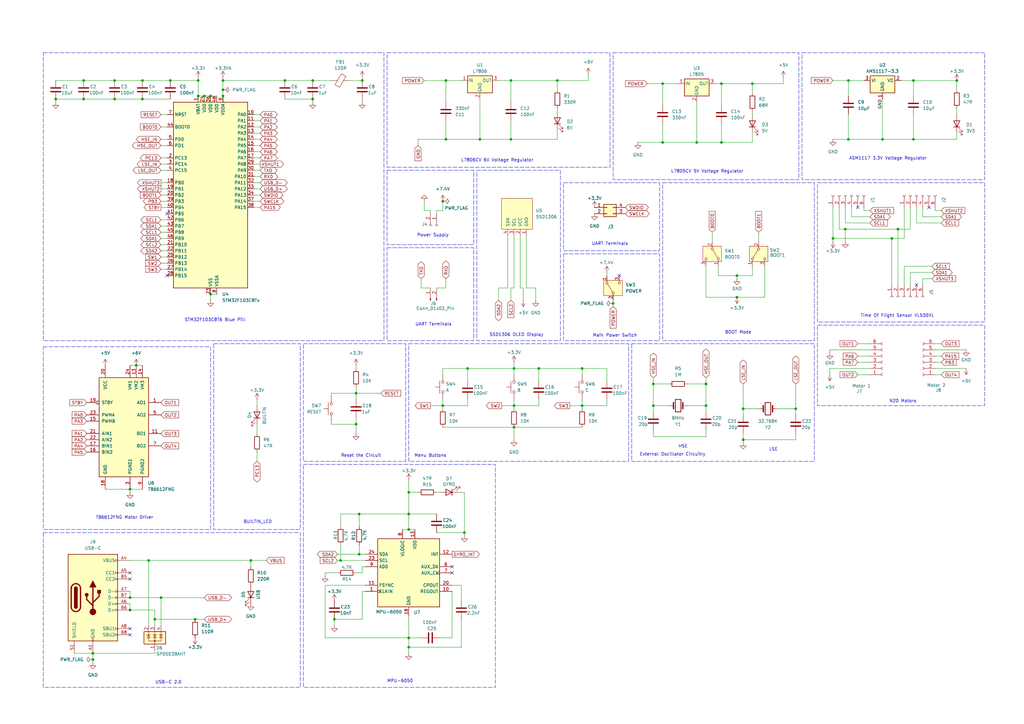
<source format=kicad_sch>
(kicad_sch (version 20231120) (generator "eeschema") (generator_version "8.0")
  (paper "A3")
  (title_block (title "Micromouse Car") (date "2024-08-27") (company "Mazerunners"))
  (junction (at 238.76 166.37))
  (junction (at 196.85 57.15))
  (junction (at 102.87 229.87))
  (junction (at 228.6 33.02))
  (junction (at 341.63 97.79))
  (junction (at 116.84 33.02))
  (junction (at 271.78 58.42))
  (junction (at 190.5 218.44))
  (junction (at 66.04 245.11))
  (junction (at 347.98 57.15))
  (junction (at 346.71 93.98))
  (junction (at 347.98 33.02))
  (junction (at 167.64 265.43))
  (junction (at 58.42 33.02))
  (junction (at 271.78 34.29))
  (junction (at 210.82 175.26))
  (junction (at 267.97 157.48))
  (junction (at 34.29 40.64))
  (junction (at 80.01 254))
  (junction (at 295.91 58.42))
  (junction (at 209.55 33.02))
  (junction (at 137.16 254))
  (junction (at 148.59 33.02))
  (junction (at 34.29 33.02))
  (junction (at 91.44 36.83))
  (junction (at 289.56 157.48))
  (junction (at 326.39 167.64))
  (junction (at 167.64 217.17))
  (junction (at 238.76 151.13))
  (junction (at 181.61 166.37))
  (junction (at 267.97 166.37))
  (junction (at 86.36 39.37))
  (junction (at 361.95 57.15))
  (junction (at 38.1 267.97))
  (junction (at 91.44 33.02))
  (junction (at 53.34 250.19))
  (junction (at 304.8 167.64))
  (junction (at 374.65 57.15))
  (junction (at 69.85 33.02))
  (junction (at 128.27 40.64))
  (junction (at 46.99 33.02))
  (junction (at 146.05 161.29))
  (junction (at 167.64 261.62))
  (junction (at 374.65 33.02))
  (junction (at 167.64 201.93))
  (junction (at 285.75 58.42))
  (junction (at 147.32 210.82))
  (junction (at 167.64 210.82))
  (junction (at 81.28 39.37))
  (junction (at 53.34 245.11))
  (junction (at 365.76 97.79))
  (junction (at 210.82 151.13))
  (junction (at 139.7 229.87))
  (junction (at 22.86 40.64))
  (junction (at 220.98 151.13))
  (junction (at 147.32 227.33))
  (junction (at 368.3 93.98))
  (junction (at 128.27 33.02))
  (junction (at 55.88 149.86))
  (junction (at 46.99 40.64))
  (junction (at 295.91 34.29))
  (junction (at 191.77 151.13))
  (junction (at 392.43 33.02))
  (junction (at 58.42 40.64))
  (junction (at 210.82 166.37))
  (junction (at 304.8 180.34))
  (junction (at 181.61 82.55))
  (junction (at 91.44 39.37))
  (junction (at 53.34 200.66))
  (junction (at 83.82 39.37))
  (junction (at 63.5 254))
  (junction (at 146.05 173.99))
  (junction (at 209.55 57.15))
  (junction (at 251.46 124.46))
  (junction (at 182.88 33.02))
  (junction (at 302.26 121.92))
  (junction (at 81.28 33.02))
  (junction (at 289.56 166.37))
  (junction (at 308.61 34.29))
  (junction (at 302.26 113.03))
  (junction (at 182.88 57.15))
  (junction (at 60.96 229.87))
  (junction (at 38.1 270.51))
  (junction (at 86.36 120.65))
  (no_connect (at 375.92 116.84))
  (no_connect (at 351.79 85.09))
  (no_connect (at 254 113.03))
  (no_connect (at 68.58 87.63))
  (no_connect (at 53.34 234.95))
  (no_connect (at 53.34 237.49))
  (no_connect (at 53.34 260.35))
  (no_connect (at 53.34 257.81))
  (no_connect (at 185.42 232.41))
  (no_connect (at 68.58 113.03))
  (no_connect (at 185.42 234.95))
  (no_connect (at 381 85.09))
  (wire (pts (xy 210.82 151.13) (xy 210.82 153.67)))
  (wire (pts (xy 308.61 54.61) (xy 308.61 58.42)))
  (wire (pts (xy 340.36 143.51) (xy 356.87 143.51)))
  (wire (pts (xy 347.98 33.02) (xy 347.98 39.37)))
  (wire (pts (xy 135.89 161.29) (xy 146.05 161.29)))
  (wire (pts (xy 148.59 232.41) (xy 149.86 232.41)))
  (wire (pts (xy 214.63 118.11) (xy 214.63 123.19)))
  (wire (pts (xy 46.99 33.02) (xy 58.42 33.02)))
  (wire (pts (xy 63.5 250.19) (xy 53.34 250.19)))
  (wire (pts (xy 326.39 177.8) (xy 326.39 180.34)))
  (wire (pts (xy 248.92 163.83) (xy 248.92 166.37)))
  (wire (pts (xy 295.91 34.29) (xy 308.61 34.29)))
  (wire (pts (xy 361.95 40.64) (xy 361.95 57.15)))
  (wire (pts (xy 66.04 245.11) (xy 53.34 245.11)))
  (wire (pts (xy 271.78 58.42) (xy 285.75 58.42)))
  (wire (pts (xy 46.99 40.64) (xy 58.42 40.64)))
  (wire (pts (xy 106.68 85.09) (xy 104.14 85.09)))
  (wire (pts (xy 189.23 254) (xy 189.23 265.43)))
  (wire (pts (xy 53.34 201.93) (xy 53.34 200.66)))
  (wire (pts (xy 295.91 34.29) (xy 295.91 43.18)))
  (wire (pts (xy 356.87 140.97) (xy 351.79 140.97)))
  (wire (pts (xy 238.76 166.37) (xy 233.68 166.37)))
  (wire (pts (xy 105.41 166.37) (xy 105.41 163.83)))
  (wire (pts (xy 60.96 229.87) (xy 102.87 229.87)))
  (wire (pts (xy 66.04 245.11) (xy 83.82 245.11)))
  (wire (pts (xy 241.3 30.48) (xy 241.3 33.02)))
  (wire (pts (xy 304.8 167.64) (xy 311.15 167.64)))
  (wire (pts (xy 66.04 59.69) (xy 68.58 59.69)))
  (wire (pts (xy 374.65 57.15) (xy 392.43 57.15)))
  (wire (pts (xy 22.86 33.02) (xy 34.29 33.02)))
  (wire (pts (xy 181.61 175.26) (xy 210.82 175.26)))
  (wire (pts (xy 91.44 31.75) (xy 91.44 33.02)))
  (wire (pts (xy 285.75 41.91) (xy 285.75 58.42)))
  (wire (pts (xy 204.47 118.11) (xy 204.47 123.19)))
  (wire (pts (xy 344.17 85.09) (xy 344.17 93.98)))
  (wire (pts (xy 347.98 57.15) (xy 361.95 57.15)))
  (wire (pts (xy 392.43 36.83) (xy 392.43 33.02)))
  (wire (pts (xy 148.59 41.91) (xy 148.59 40.64)))
  (wire (pts (xy 374.65 33.02) (xy 369.57 33.02)))
  (wire (pts (xy 340.36 151.13) (xy 356.87 151.13)))
  (wire (pts (xy 378.46 114.3) (xy 378.46 116.84)))
  (wire (pts (xy 66.04 77.47) (xy 68.58 77.47)))
  (wire (pts (xy 321.31 34.29) (xy 308.61 34.29)))
  (wire (pts (xy 220.98 151.13) (xy 238.76 151.13)))
  (wire (pts (xy 63.5 254) (xy 80.01 254)))
  (wire (pts (xy 60.96 229.87) (xy 60.96 256.54)))
  (wire (pts (xy 304.8 167.64) (xy 304.8 170.18)))
  (wire (pts (xy 106.68 59.69) (xy 104.14 59.69)))
  (wire (pts (xy 271.78 34.29) (xy 271.78 43.18)))
  (wire (pts (xy 181.61 151.13) (xy 191.77 151.13)))
  (wire (pts (xy 30.48 267.97) (xy 38.1 267.97)))
  (wire (pts (xy 53.34 250.19) (xy 53.34 247.65)))
  (wire (pts (xy 341.63 33.02) (xy 347.98 33.02)))
  (wire (pts (xy 139.7 210.82) (xy 139.7 215.9)))
  (wire (pts (xy 86.36 39.37) (xy 88.9 39.37)))
  (wire (pts (xy 267.97 179.07) (xy 289.56 179.07)))
  (wire (pts (xy 190.5 219.71) (xy 190.5 218.44)))
  (wire (pts (xy 63.5 250.19) (xy 63.5 254)))
  (wire (pts (xy 66.04 46.99) (xy 68.58 46.99)))
  (wire (pts (xy 182.88 33.02) (xy 182.88 41.91)))
  (wire (pts (xy 171.45 201.93) (xy 167.64 201.93)))
  (wire (pts (xy 248.92 111.76) (xy 248.92 113.03)))
  (wire (pts (xy 354.33 86.36) (xy 354.33 85.09)))
  (wire (pts (xy 139.7 210.82) (xy 147.32 210.82)))
  (wire (pts (xy 38.1 267.97) (xy 63.5 267.97)))
  (wire (pts (xy 281.94 166.37) (xy 289.56 166.37)))
  (wire (pts (xy 228.6 57.15) (xy 228.6 53.34)))
  (wire (pts (xy 106.68 46.99) (xy 104.14 46.99)))
  (wire (pts (xy 81.28 41.91) (xy 88.9 41.91)))
  (wire (pts (xy 271.78 50.8) (xy 271.78 58.42)))
  (wire (pts (xy 308.61 113.03) (xy 308.61 109.22)))
  (wire (pts (xy 308.61 34.29) (xy 308.61 38.1)))
  (wire (pts (xy 228.6 44.45) (xy 228.6 45.72)))
  (wire (pts (xy 128.27 40.64) (xy 116.84 40.64)))
  (wire (pts (xy 91.44 33.02) (xy 116.84 33.02)))
  (wire (pts (xy 382.27 111.76) (xy 373.38 111.76)))
  (wire (pts (xy 167.64 261.62) (xy 167.64 265.43)))
  (wire (pts (xy 220.98 151.13) (xy 220.98 156.21)))
  (wire (pts (xy 261.62 58.42) (xy 271.78 58.42)))
  (wire (pts (xy 383.54 86.36) (xy 383.54 85.09)))
  (wire (pts (xy 137.16 254) (xy 137.16 256.54)))
  (wire (pts (xy 365.76 97.79) (xy 365.76 116.84)))
  (wire (pts (xy 66.04 64.77) (xy 68.58 64.77)))
  (wire (pts (xy 209.55 118.11) (xy 209.55 123.19)))
  (wire (pts (xy 38.1 271.78) (xy 38.1 270.51)))
  (wire (pts (xy 172.72 114.3) (xy 172.72 118.11)))
  (wire (pts (xy 81.28 33.02) (xy 81.28 31.75)))
  (wire (pts (xy 179.07 218.44) (xy 190.5 218.44)))
  (wire (pts (xy 248.92 151.13) (xy 248.92 156.21)))
  (wire (pts (xy 58.42 40.64) (xy 69.85 40.64)))
  (wire (pts (xy 133.35 234.95) (xy 133.35 236.22)))
  (wire (pts (xy 66.04 105.41) (xy 68.58 105.41)))
  (wire (pts (xy 86.36 120.65) (xy 88.9 120.65)))
  (wire (pts (xy 347.98 33.02) (xy 354.33 33.02)))
  (wire (pts (xy 66.04 67.31) (xy 68.58 67.31)))
  (wire (pts (xy 81.28 39.37) (xy 81.28 41.91)))
  (wire (pts (xy 66.04 85.09) (xy 68.58 85.09)))
  (wire (pts (xy 238.76 151.13) (xy 248.92 151.13)))
  (wire (pts (xy 293.37 34.29) (xy 295.91 34.29)))
  (wire (pts (xy 66.04 97.79) (xy 68.58 97.79)))
  (wire (pts (xy 182.88 57.15) (xy 196.85 57.15)))
  (wire (pts (xy 210.82 167.64) (xy 210.82 166.37)))
  (wire (pts (xy 106.68 77.47) (xy 104.14 77.47)))
  (wire (pts (xy 191.77 166.37) (xy 181.61 166.37)))
  (wire (pts (xy 383.54 140.97) (xy 386.08 140.97)))
  (wire (pts (xy 378.46 88.9) (xy 378.46 85.09)))
  (wire (pts (xy 173.99 33.02) (xy 182.88 33.02)))
  (wire (pts (xy 375.92 91.44) (xy 375.92 85.09)))
  (wire (pts (xy 43.18 200.66) (xy 53.34 200.66)))
  (wire (pts (xy 267.97 166.37) (xy 267.97 168.91)))
  (wire (pts (xy 289.56 157.48) (xy 289.56 166.37)))
  (wire (pts (xy 210.82 151.13) (xy 220.98 151.13)))
  (wire (pts (xy 181.61 167.64) (xy 181.61 166.37)))
  (wire (pts (xy 383.54 153.67) (xy 386.08 153.67)))
  (wire (pts (xy 294.64 113.03) (xy 294.64 109.22)))
  (wire (pts (xy 365.76 97.79) (xy 370.84 97.79)))
  (wire (pts (xy 182.88 33.02) (xy 189.23 33.02)))
  (wire (pts (xy 214.63 118.11) (xy 213.36 118.11)))
  (wire (pts (xy 210.82 118.11) (xy 210.82 96.52)))
  (wire (pts (xy 66.04 107.95) (xy 68.58 107.95)))
  (wire (pts (xy 285.75 58.42) (xy 295.91 58.42)))
  (wire (pts (xy 219.71 118.11) (xy 219.71 123.19)))
  (wire (pts (xy 147.32 227.33) (xy 147.32 223.52)))
  (wire (pts (xy 66.04 110.49) (xy 68.58 110.49)))
  (wire (pts (xy 181.61 151.13) (xy 181.61 153.67)))
  (wire (pts (xy 374.65 46.99) (xy 374.65 57.15)))
  (wire (pts (xy 356.87 148.59) (xy 351.79 148.59)))
  (wire (pts (xy 215.9 118.11) (xy 215.9 96.52)))
  (wire (pts (xy 311.15 95.25) (xy 311.15 99.06)))
  (wire (pts (xy 91.44 36.83) (xy 91.44 39.37)))
  (wire (pts (xy 167.64 210.82) (xy 179.07 210.82)))
  (wire (pts (xy 128.27 33.02) (xy 135.89 33.02)))
  (wire (pts (xy 91.44 39.37) (xy 91.44 41.91)))
  (wire (pts (xy 66.04 57.15) (xy 68.58 57.15)))
  (wire (pts (xy 281.94 157.48) (xy 289.56 157.48)))
  (wire (pts (xy 106.68 57.15) (xy 104.14 57.15)))
  (wire (pts (xy 91.44 33.02) (xy 91.44 36.83)))
  (wire (pts (xy 182.88 114.3) (xy 182.88 118.11)))
  (wire (pts (xy 180.34 261.62) (xy 185.42 261.62)))
  (wire (pts (xy 66.04 92.71) (xy 68.58 92.71)))
  (wire (pts (xy 135.89 173.99) (xy 146.05 173.99)))
  (wire (pts (xy 191.77 151.13) (xy 191.77 156.21)))
  (wire (pts (xy 53.34 200.66) (xy 58.42 200.66)))
  (wire (pts (xy 208.28 118.11) (xy 208.28 96.52)))
  (wire (pts (xy 292.1 95.25) (xy 292.1 99.06)))
  (wire (pts (xy 106.68 82.55) (xy 104.14 82.55)))
  (wire (pts (xy 304.8 180.34) (xy 326.39 180.34)))
  (wire (pts (xy 66.04 74.93) (xy 68.58 74.93)))
  (wire (pts (xy 181.61 163.83) (xy 181.61 166.37)))
  (wire (pts (xy 106.68 49.53) (xy 104.14 49.53)))
  (wire (pts (xy 146.05 158.75) (xy 146.05 161.29)))
  (wire (pts (xy 386.08 88.9) (xy 378.46 88.9)))
  (wire (pts (xy 34.29 40.64) (xy 46.99 40.64)))
  (wire (pts (xy 176.53 86.36) (xy 176.53 87.63)))
  (wire (pts (xy 173.99 82.55) (xy 173.99 86.36)))
  (wire (pts (xy 148.59 31.75) (xy 148.59 33.02)))
  (wire (pts (xy 346.71 93.98) (xy 368.3 93.98)))
  (wire (pts (xy 209.55 33.02) (xy 209.55 41.91)))
  (wire (pts (xy 289.56 109.22) (xy 289.56 121.92)))
  (wire (pts (xy 368.3 93.98) (xy 373.38 93.98)))
  (wire (pts (xy 173.99 86.36) (xy 176.53 86.36)))
  (wire (pts (xy 326.39 167.64) (xy 326.39 170.18)))
  (wire (pts (xy 66.04 90.17) (xy 68.58 90.17)))
  (wire (pts (xy 356.87 146.05) (xy 351.79 146.05)))
  (wire (pts (xy 146.05 161.29) (xy 146.05 163.83)))
  (wire (pts (xy 383.54 143.51) (xy 396.24 143.51)))
  (wire (pts (xy 63.5 267.97) (xy 63.5 266.7)))
  (wire (pts (xy 106.68 80.01) (xy 104.14 80.01)))
  (wire (pts (xy 156.21 161.29) (xy 146.05 161.29)))
  (wire (pts (xy 341.63 97.79) (xy 341.63 99.06)))
  (wire (pts (xy 191.77 151.13) (xy 210.82 151.13)))
  (wire (pts (xy 341.63 57.15) (xy 347.98 57.15)))
  (wire (pts (xy 248.92 166.37) (xy 238.76 166.37)))
  (wire (pts (xy 106.68 64.77) (xy 104.14 64.77)))
  (wire (pts (xy 228.6 33.02) (xy 228.6 36.83)))
  (wire (pts (xy 295.91 50.8) (xy 295.91 58.42)))
  (wire (pts (xy 340.36 144.78) (xy 340.36 143.51)))
  (wire (pts (xy 66.04 95.25) (xy 68.58 95.25)))
  (wire (pts (xy 210.82 175.26) (xy 238.76 175.26)))
  (wire (pts (xy 102.87 232.41) (xy 102.87 229.87)))
  (wire (pts (xy 106.68 72.39) (xy 104.14 72.39)))
  (wire (pts (xy 81.28 33.02) (xy 81.28 39.37)))
  (wire (pts (xy 139.7 229.87) (xy 139.7 223.52)))
  (wire (pts (xy 370.84 85.09) (xy 370.84 97.79)))
  (wire (pts (xy 304.8 181.61) (xy 304.8 180.34)))
  (wire (pts (xy 204.47 118.11) (xy 208.28 118.11)))
  (wire (pts (xy 60.96 229.87) (xy 53.34 229.87)))
  (wire (pts (xy 148.59 234.95) (xy 148.59 232.41)))
  (wire (pts (xy 133.35 234.95) (xy 138.43 234.95)))
  (wire (pts (xy 179.07 86.36) (xy 179.07 87.63)))
  (wire (pts (xy 209.55 57.15) (xy 228.6 57.15)))
  (wire (pts (xy 106.68 67.31) (xy 104.14 67.31)))
  (wire (pts (xy 383.54 151.13) (xy 396.24 151.13)))
  (wire (pts (xy 209.55 49.53) (xy 209.55 57.15)))
  (wire (pts (xy 238.76 167.64) (xy 238.76 166.37)))
  (wire (pts (xy 185.42 261.62) (xy 185.42 242.57)))
  (wire (pts (xy 220.98 163.83) (xy 220.98 166.37)))
  (wire (pts (xy 373.38 85.09) (xy 373.38 93.98)))
  (wire (pts (xy 340.36 151.13) (xy 340.36 153.67)))
  (wire (pts (xy 172.72 118.11) (xy 176.53 118.11)))
  (wire (pts (xy 147.32 227.33) (xy 149.86 227.33)))
  (wire (pts (xy 289.56 176.53) (xy 289.56 179.07)))
  (wire (pts (xy 373.38 111.76) (xy 373.38 116.84)))
  (wire (pts (xy 191.77 163.83) (xy 191.77 166.37)))
  (wire (pts (xy 374.65 57.15) (xy 361.95 57.15)))
  (wire (pts (xy 143.51 33.02) (xy 148.59 33.02)))
  (wire (pts (xy 135.89 173.99) (xy 135.89 172.72)))
  (wire (pts (xy 66.04 52.07) (xy 68.58 52.07)))
  (wire (pts (xy 383.54 148.59) (xy 386.08 148.59)))
  (wire (pts (xy 133.35 240.03) (xy 149.86 240.03)))
  (wire (pts (xy 147.32 210.82) (xy 147.32 215.9)))
  (wire (pts (xy 238.76 163.83) (xy 238.76 166.37)))
  (wire (pts (xy 238.76 151.13) (xy 238.76 153.67)))
  (wire (pts (xy 189.23 265.43) (xy 167.64 265.43)))
  (wire (pts (xy 392.43 46.99) (xy 392.43 44.45)))
  (wire (pts (xy 22.86 41.91) (xy 22.86 40.64)))
  (wire (pts (xy 356.87 86.36) (xy 354.33 86.36)))
  (wire (pts (xy 219.71 118.11) (xy 215.9 118.11)))
  (wire (pts (xy 81.28 39.37) (xy 83.82 39.37)))
  (wire (pts (xy 102.87 229.87) (xy 109.22 229.87)))
  (wire (pts (xy 105.41 177.8) (xy 105.41 173.99)))
  (wire (pts (xy 55.88 149.86) (xy 58.42 149.86)))
  (wire (pts (xy 346.71 93.98) (xy 346.71 99.06)))
  (wire (pts (xy 128.27 33.02) (xy 116.84 33.02)))
  (wire (pts (xy 105.41 189.23) (xy 105.41 185.42)))
  (wire (pts (xy 302.26 113.03) (xy 308.61 113.03)))
  (wire (pts (xy 344.17 93.98) (xy 346.71 93.98)))
  (wire (pts (xy 267.97 157.48) (xy 267.97 166.37)))
  (wire (pts (xy 182.88 118.11) (xy 179.07 118.11)))
  (wire (pts (xy 86.36 123.19) (xy 86.36 120.65)))
  (wire (pts (xy 220.98 166.37) (xy 210.82 166.37)))
  (wire (pts (xy 34.29 33.02) (xy 46.99 33.02)))
  (wire (pts (xy 167.64 217.17) (xy 170.18 217.17)))
  (wire (pts (xy 66.04 69.85) (xy 68.58 69.85)))
  (wire (pts (xy 66.04 102.87) (xy 68.58 102.87)))
  (wire (pts (xy 356.87 88.9) (xy 349.25 88.9)))
  (wire (pts (xy 271.78 34.29) (xy 278.13 34.29)))
  (wire (pts (xy 313.69 121.92) (xy 313.69 109.22)))
  (wire (pts (xy 146.05 149.86) (xy 146.05 151.13)))
  (wire (pts (xy 139.7 229.87) (xy 149.86 229.87)))
  (wire (pts (xy 66.04 82.55) (xy 68.58 82.55)))
  (wire (pts (xy 196.85 57.15) (xy 209.55 57.15)))
  (wire (pts (xy 148.59 242.57) (xy 148.59 254)))
  (wire (pts (xy 341.63 85.09) (xy 341.63 97.79)))
  (wire (pts (xy 251.46 123.19) (xy 251.46 124.46)))
  (wire (pts (xy 189.23 240.03) (xy 185.42 240.03)))
  (wire (pts (xy 209.55 33.02) (xy 228.6 33.02)))
  (wire (pts (xy 356.87 91.44) (xy 346.71 91.44)))
  (wire (pts (xy 138.43 229.87) (xy 139.7 229.87)))
  (wire (pts (xy 210.82 163.83) (xy 210.82 166.37)))
  (wire (pts (xy 289.56 154.94) (xy 289.56 157.48)))
  (wire (pts (xy 181.61 166.37) (xy 176.53 166.37)))
  (wire (pts (xy 66.04 100.33) (xy 68.58 100.33)))
  (wire (pts (xy 106.68 62.23) (xy 104.14 62.23)))
  (wire (pts (xy 66.04 245.11) (xy 66.04 256.54)))
  (wire (pts (xy 347.98 46.99) (xy 347.98 57.15)))
  (wire (pts (xy 267.97 176.53) (xy 267.97 179.07)))
  (wire (pts (xy 265.43 34.29) (xy 271.78 34.29)))
  (wire (pts (xy 167.64 201.93) (xy 167.64 210.82)))
  (wire (pts (xy 346.71 91.44) (xy 346.71 85.09)))
  (wire (pts (xy 106.68 74.93) (xy 104.14 74.93)))
  (wire (pts (xy 22.86 40.64) (xy 34.29 40.64)))
  (wire (pts (xy 181.61 86.36) (xy 179.07 86.36)))
  (wire (pts (xy 308.61 45.72) (xy 308.61 46.99)))
  (wire (pts (xy 321.31 31.75) (xy 321.31 34.29)))
  (wire (pts (xy 210.82 148.59) (xy 210.82 151.13)))
  (wire (pts (xy 128.27 41.91) (xy 128.27 40.64)))
  (wire (pts (xy 167.64 196.85) (xy 167.64 201.93)))
  (wire (pts (xy 106.68 52.07) (xy 104.14 52.07)))
  (wire (pts (xy 374.65 33.02) (xy 392.43 33.02)))
  (wire (pts (xy 181.61 82.55) (xy 181.61 86.36)))
  (wire (pts (xy 251.46 124.46) (xy 251.46 125.73)))
  (wire (pts (xy 302.26 114.3) (xy 302.26 113.03)))
  (wire (pts (xy 383.54 146.05) (xy 386.08 146.05)))
  (wire (pts (xy 148.59 242.57) (xy 149.86 242.57)))
  (wire (pts (xy 133.35 240.03) (xy 133.35 261.62)))
  (wire (pts (xy 53.34 245.11) (xy 53.34 242.57)))
  (wire (pts (xy 302.26 121.92) (xy 313.69 121.92)))
  (wire (pts (xy 167.64 265.43) (xy 167.64 267.97)))
  (wire (pts (xy 171.45 59.69) (xy 171.45 57.15)))
  (wire (pts (xy 382.27 109.22) (xy 370.84 109.22)))
  (wire (pts (xy 106.68 54.61) (xy 104.14 54.61)))
  (wire (pts (xy 295.91 58.42) (xy 308.61 58.42)))
  (wire (pts (xy 81.28 33.02) (xy 69.85 33.02)))
  (wire (pts (xy 80.01 254) (xy 83.82 254)))
  (wire (pts (xy 38.1 270.51) (xy 38.1 267.97)))
  (wire (pts (xy 187.96 201.93) (xy 190.5 201.93)))
  (wire (pts (xy 304.8 157.48) (xy 304.8 167.64)))
  (wire (pts (xy 356.87 153.67) (xy 351.79 153.67)))
  (wire (pts (xy 182.88 57.15) (xy 171.45 57.15)))
  (wire (pts (xy 66.04 80.01) (xy 68.58 80.01)))
  (wire (pts (xy 341.63 97.79) (xy 365.76 97.79)))
  (wire (pts (xy 190.5 201.93) (xy 190.5 218.44)))
  (wire (pts (xy 209.55 118.11) (xy 210.82 118.11)))
  (wire (pts (xy 213.36 118.11) (xy 213.36 96.52)))
  (wire (pts (xy 106.68 69.85) (xy 104.14 69.85)))
  (wire (pts (xy 53.34 149.86) (xy 55.88 149.86)))
  (wire (pts (xy 147.32 210.82) (xy 167.64 210.82)))
  (wire (pts (xy 182.88 49.53) (xy 182.88 57.15)))
  (wire (pts (xy 318.77 167.64) (xy 326.39 167.64)))
  (wire (pts (xy 374.65 33.02) (xy 374.65 39.37)))
  (wire (pts (xy 58.42 33.02) (xy 69.85 33.02)))
  (wire (pts (xy 167.64 252.73) (xy 167.64 261.62)))
  (wire (pts (xy 146.05 177.8) (xy 146.05 173.99)))
  (wire (pts (xy 392.43 57.15) (xy 392.43 54.61)))
  (wire (pts (xy 167.64 217.17) (xy 167.64 210.82)))
  (wire (pts (xy 210.82 166.37) (xy 205.74 166.37)))
  (wire (pts (xy 289.56 166.37) (xy 289.56 168.91)))
  (wire (pts (xy 289.56 121.92) (xy 302.26 121.92)))
  (wire (pts (xy 165.1 217.17) (xy 167.64 217.17)))
  (wire (pts (xy 294.64 113.03) (xy 302.26 113.03)))
  (wire (pts (xy 304.8 177.8) (xy 304.8 180.34)))
  (wire (pts (xy 146.05 234.95) (xy 148.59 234.95)))
  (wire (pts (xy 146.05 171.45) (xy 146.05 173.99)))
  (wire (pts (xy 63.5 254) (xy 63.5 256.54)))
  (wire (pts (xy 135.89 161.29) (xy 135.89 162.56)))
  (wire (pts (xy 326.39 157.48) (xy 326.39 167.64)))
  (wire (pts (xy 241.3 33.02) (xy 228.6 33.02)))
  (wire (pts (xy 368.3 93.98) (xy 368.3 116.84)))
  (wire (pts (xy 210.82 175.26) (xy 210.82 180.34)))
  (wire (pts (xy 138.43 227.33) (xy 147.32 227.33)))
  (wire (pts (xy 274.32 157.48) (xy 267.97 157.48)))
  (wire (pts (xy 196.85 40.64) (xy 196.85 57.15)))
  (wire (pts (xy 204.47 33.02) (xy 209.55 33.02)))
  (wire (pts (xy 386.08 86.36) (xy 383.54 86.36)))
  (wire (pts (xy 382.27 114.3) (xy 378.46 114.3)))
  (wire (pts (xy 370.84 109.22) (xy 370.84 116.84)))
  (wire (pts (xy 167.64 261.62) (xy 172.72 261.62)))
  (wire (pts (xy 133.35 261.62) (xy 167.64 261.62)))
  (wire (pts (xy 137.16 254) (xy 148.59 254)))
  (wire (pts (xy 267.97 166.37) (xy 274.32 166.37)))
  (wire (pts (xy 267.97 154.94) (xy 267.97 157.48)))
  (wire (pts (xy 386.08 91.44) (xy 375.92 91.44)))
  (wire (pts (xy 189.23 246.38) (xy 189.23 240.03)))
  (wire (pts (xy 83.82 39.37) (xy 86.36 39.37)))
  (wire (pts (xy 349.25 88.9) (xy 349.25 85.09)))
  (wire (pts (xy 180.34 201.93) (xy 179.07 201.93)))
  (rectangle (start 335.28 74.93) (end 403.86 132.08) (stroke (width 0) (type dash)))
  (rectangle (start 167.64 140.97) (end 257.81 189.23) (stroke (width 0) (type dash)))
  (rectangle (start 328.93 21.59) (end 403.86 73.66) (stroke (width 0) (type dash)))
  (rectangle (start 17.78 21.59) (end 157.48 139.7) (stroke (width 0) (type dash)))
  (rectangle (start 158.75 101.6) (end 194.31 139.7) (stroke (width 0) (type dash)))
  (rectangle (start 231.14 104.14) (end 270.51 139.7) (stroke (width 0) (type dash)))
  (rectangle (start 271.78 74.93) (end 334.01 139.7) (stroke (width 0) (type dash)))
  (rectangle (start 124.46 190.5) (end 203.2 281.94) (stroke (width 0) (type dash)))
  (rectangle (start 87.63 140.97) (end 123.19 217.17) (stroke (width 0) (type dash)))
  (rectangle (start 158.75 21.59) (end 250.19 68.58) (stroke (width 0) (type dash)))
  (rectangle (start 259.08 140.97) (end 334.01 189.23) (stroke (width 0) (type dash)))
  (rectangle (start 251.46 21.59) (end 327.66 73.66) (stroke (width 0) (type dash)))
  (rectangle (start 195.58 69.85) (end 229.87 139.7) (stroke (width 0) (type dash)))
  (rectangle (start 124.46 140.97) (end 166.37 189.23) (stroke (width 0) (type dash)))
  (rectangle (start 335.28 133.35) (end 403.86 166.37) (stroke (width 0) (type dash)))
  (rectangle (start 17.78 142.24) (end 86.36 217.17) (stroke (width 0) (type dash)))
  (rectangle (start 158.75 69.85) (end 194.31 100.33) (stroke (width 0) (type dash)))
  (rectangle (start 17.78 218.44) (end 123.19 281.94) (stroke (width 0) (type dash)))
  (rectangle (start 231.14 74.93) (end 270.51 102.87) (stroke (width 0) (type dash)))
  (text "Main Power Switch\n" (at 252.222 137.668 0) (effects (font (size 1.27 1.27))))
  (text "Menu Buttons" (at 176.53 186.944 0) (effects (font (size 1.27 1.27))))
  (text "Time Of Flight Sensor VL530XL\n" (at 368.046 129.54 0) (effects (font (size 1.27 1.27))))
  (text "SSD1306 OLED Display\n" (at 211.836 137.414 0) (effects (font (size 1.27 1.27))))
  (text "UART Terminals\n" (at 177.8 133.096 0) (effects (font (size 1.27 1.27))))
  (text "ASM1117 3.3V Voltage Regulator" (at 364.236 65.024 0) (effects (font (size 1.27 1.27))))
  (text "Power Supply " (at 178.054 96.52 0) (effects (font (size 1.27 1.27))))
  (text "LSE\n" (at 317.246 184.404 0) (effects (font (size 1.27 1.27))))
  (text "UART Terminals\n" (at 250.19 100.076 0) (effects (font (size 1.27 1.27))))
  (text "USB-C 2.0" (at 69.088 279.908 0) (effects (font (size 1.27 1.27))))
  (text "STM32F103C8T6 Blue Pill" (exclude_from_sim yes) (at 88.138 131.318 0) (effects (font (size 1.27 1.27))))
  (text "External Oscillator Circuitry" (at 275.844 186.436 0) (effects (font (size 1.27 1.27))))
  (text "BUILTIN_LED\n" (at 105.664 214.122 0) (effects (font (size 1.27 1.27))))
  (text "Reset the Circuit\n" (at 148.082 186.944 0) (effects (font (size 1.27 1.27))))
  (text "L7806CV 6V Voltage Regulator" (at 203.962 65.786 0) (effects (font (size 1.27 1.27))))
  (text "TB6612FNG Motor Driver\n" (at 51.054 212.344 0) (effects (font (size 1.27 1.27))))
  (text "HSE" (at 280.162 183.134 0) (effects (font (size 1.27 1.27))))
  (text "MPU-6050" (at 164.084 279.4 0) (effects (font (size 1.27 1.27))))
  (text "N20 Motors" (at 370.332 164.592 0) (effects (font (size 1.27 1.27))))
  (text "BOOT Mode" (at 302.768 136.398 0) (effects (font (size 1.27 1.27))))
  (text "L7805CV 5V Voltage Regulator" (at 290.068 70.358 0) (effects (font (size 1.27 1.27))))
  (label "GND" (at 361.95 40.64 270))
  (global_label "LSE_IN" (shape bidirectional) (at 304.8 157.48 90) (property "Intersheetrefs" "${INTERSHEET_REFS}" (effects (hide yes))))
  (global_label "GYRO_INT" (shape output) (at 185.42 227.33 0) (property "Intersheetrefs" "${INTERSHEET_REFS}" (effects (hide yes))))
  (global_label "HSE_OUT" (shape bidirectional) (at 66.04 59.69 180) (property "Intersheetrefs" "${INTERSHEET_REFS}" (effects (hide yes))))
  (global_label "SW3" (shape output) (at 233.68 166.37 180) (property "Intersheetrefs" "${INTERSHEET_REFS}" (effects (hide yes))))
  (global_label "PA2" (shape input) (at 35.56 180.34 180) (property "Intersheetrefs" "${INTERSHEET_REFS}" (effects (hide yes))))
  (global_label "PA1" (shape bidirectional) (at 106.68 49.53 0) (property "Intersheetrefs" "${INTERSHEET_REFS}" (effects (hide yes))))
  (global_label "PA15" (shape bidirectional) (at 106.68 85.09 0) (property "Intersheetrefs" "${INTERSHEET_REFS}" (effects (hide yes))))
  (global_label "PA4" (shape bidirectional) (at 106.68 57.15 0) (property "Intersheetrefs" "${INTERSHEET_REFS}" (effects (hide yes))))
  (global_label "USB_D+" (shape bidirectional) (at 83.82 254 0) (property "Intersheetrefs" "${INTERSHEET_REFS}" (effects (hide yes))))
  (global_label "OUT2" (shape input) (at 351.79 153.67 180) (property "Intersheetrefs" "${INTERSHEET_REFS}" (effects (hide yes))))
  (global_label "XSHUT2" (shape output) (at 66.04 77.47 180) (property "Intersheetrefs" "${INTERSHEET_REFS}" (effects (hide yes))))
  (global_label "SCL1" (shape bidirectional) (at 66.04 95.25 180) (property "Intersheetrefs" "${INTERSHEET_REFS}" (effects (hide yes))))
  (global_label "LSE_OUT" (shape bidirectional) (at 66.04 69.85 180) (property "Intersheetrefs" "${INTERSHEET_REFS}" (effects (hide yes))))
  (global_label "SCL1" (shape input) (at 356.87 91.44 0) (property "Intersheetrefs" "${INTERSHEET_REFS}" (effects (hide yes))))
  (global_label "PA0" (shape bidirectional) (at 106.68 46.99 0) (property "Intersheetrefs" "${INTERSHEET_REFS}" (effects (hide yes))))
  (global_label "SW1" (shape output) (at 176.53 166.37 180) (property "Intersheetrefs" "${INTERSHEET_REFS}" (effects (hide yes))))
  (global_label "SCL2" (shape input) (at 138.43 229.87 180) (property "Intersheetrefs" "${INTERSHEET_REFS}" (effects (hide yes))))
  (global_label "SWCLK" (shape bidirectional) (at 106.68 82.55 0) (property "Intersheetrefs" "${INTERSHEET_REFS}" (effects (hide yes))))
  (global_label "RESET" (shape input) (at 66.04 46.99 180) (property "Intersheetrefs" "${INTERSHEET_REFS}" (effects (hide yes))))
  (global_label "XSHUT2" (shape input) (at 386.08 86.36 0) (property "Intersheetrefs" "${INTERSHEET_REFS}" (effects (hide yes))))
  (global_label "POWER" (shape input) (at 265.43 34.29 180) (property "Intersheetrefs" "${INTERSHEET_REFS}" (effects (hide yes))))
  (global_label "SCL1" (shape input) (at 382.27 109.22 0) (property "Intersheetrefs" "${INTERSHEET_REFS}" (effects (hide yes))))
  (global_label "XSHUT1" (shape input) (at 356.87 86.36 0) (property "Intersheetrefs" "${INTERSHEET_REFS}" (effects (hide yes))))
  (global_label "PA3" (shape input) (at 35.56 172.72 180) (property "Intersheetrefs" "${INTERSHEET_REFS}" (effects (hide yes))))
  (global_label "SW3" (shape input) (at 66.04 110.49 180) (property "Intersheetrefs" "${INTERSHEET_REFS}" (effects (hide yes))))
  (global_label "SCL1" (shape bidirectional) (at 66.04 90.17 180) (property "Intersheetrefs" "${INTERSHEET_REFS}" (effects (hide yes))))
  (global_label "USB_D+" (shape bidirectional) (at 106.68 77.47 0) (property "Intersheetrefs" "${INTERSHEET_REFS}" (effects (hide yes))))
  (global_label "XSHUT3" (shape output) (at 66.04 74.93 180) (property "Intersheetrefs" "${INTERSHEET_REFS}" (effects (hide yes))))
  (global_label "HSE_OUT" (shape bidirectional) (at 289.56 154.94 90) (property "Intersheetrefs" "${INTERSHEET_REFS}" (effects (hide yes))))
  (global_label "PA4" (shape input) (at 35.56 182.88 180) (property "Intersheetrefs" "${INTERSHEET_REFS}" (effects (hide yes))))
  (global_label "POWER" (shape input) (at 251.46 125.73 270) (property "Intersheetrefs" "${INTERSHEET_REFS}" (effects (hide yes))))
  (global_label "PA7" (shape bidirectional) (at 106.68 64.77 0) (property "Intersheetrefs" "${INTERSHEET_REFS}" (effects (hide yes))))
  (global_label "PB3" (shape bidirectional) (at 66.04 82.55 180) (property "Intersheetrefs" "${INTERSHEET_REFS}" (effects (hide yes))))
  (global_label "SDA1" (shape bidirectional) (at 66.04 92.71 180) (property "Intersheetrefs" "${INTERSHEET_REFS}" (effects (hide yes))))
  (global_label "OUT2" (shape input) (at 66.04 170.18 0) (property "Intersheetrefs" "${INTERSHEET_REFS}" (effects (hide yes))))
  (global_label "PA5" (shape input) (at 35.56 185.42 180) (property "Intersheetrefs" "${INTERSHEET_REFS}" (effects (hide yes))))
  (global_label "SWDIO" (shape bidirectional) (at 256.54 85.09 0) (property "Intersheetrefs" "${INTERSHEET_REFS}" (effects (hide yes))))
  (global_label "PA5" (shape bidirectional) (at 106.68 59.69 0) (property "Intersheetrefs" "${INTERSHEET_REFS}" (effects (hide yes))))
  (global_label "HSE_IN" (shape bidirectional) (at 66.04 57.15 180) (property "Intersheetrefs" "${INTERSHEET_REFS}" (effects (hide yes))))
  (global_label "PA6" (shape input) (at 351.79 146.05 180) (property "Intersheetrefs" "${INTERSHEET_REFS}" (effects (hide yes))))
  (global_label "OUT3" (shape input) (at 66.04 177.8 0) (property "Intersheetrefs" "${INTERSHEET_REFS}" (effects (hide yes))))
  (global_label "PC13" (shape bidirectional) (at 66.04 64.77 180) (property "Intersheetrefs" "${INTERSHEET_REFS}" (effects (hide yes))))
  (global_label "SDA1" (shape bidirectional) (at 386.08 88.9 0) (property "Intersheetrefs" "${INTERSHEET_REFS}" (effects (hide yes))))
  (global_label "OUT1" (shape input) (at 66.04 165.1 0) (property "Intersheetrefs" "${INTERSHEET_REFS}" (effects (hide yes))))
  (global_label "SW1" (shape input) (at 66.04 105.41 180) (property "Intersheetrefs" "${INTERSHEET_REFS}" (effects (hide yes))))
  (global_label "XSHUT3" (shape input) (at 382.27 114.3 0) (property "Intersheetrefs" "${INTERSHEET_REFS}" (effects (hide yes))))
  (global_label "SDA1" (shape bidirectional) (at 382.27 111.76 0) (property "Intersheetrefs" "${INTERSHEET_REFS}" (effects (hide yes))))
  (global_label "SWDIO" (shape bidirectional) (at 106.68 80.01 0) (property "Intersheetrefs" "${INTERSHEET_REFS}" (effects (hide yes))))
  (global_label "BOOT1" (shape input) (at 66.04 80.01 180) (property "Intersheetrefs" "${INTERSHEET_REFS}" (effects (hide yes))))
  (global_label "SW2" (shape output) (at 205.74 166.37 180) (property "Intersheetrefs" "${INTERSHEET_REFS}" (effects (hide yes))))
  (global_label "HSE_IN" (shape bidirectional) (at 267.97 154.94 90) (property "Intersheetrefs" "${INTERSHEET_REFS}" (effects (hide yes))))
  (global_label "OUT4" (shape input) (at 66.04 182.88 0) (property "Intersheetrefs" "${INTERSHEET_REFS}" (effects (hide yes))))
  (global_label "PA3" (shape bidirectional) (at 106.68 54.61 0) (property "Intersheetrefs" "${INTERSHEET_REFS}" (effects (hide yes))))
  (global_label "BOOT0" (shape input) (at 66.04 52.07 180) (property "Intersheetrefs" "${INTERSHEET_REFS}" (effects (hide yes))))
  (global_label "LSE_OUT" (shape bidirectional) (at 326.39 157.48 90) (property "Intersheetrefs" "${INTERSHEET_REFS}" (effects (hide yes))))
  (global_label "STBY" (shape output) (at 66.04 85.09 180) (property "Intersheetrefs" "${INTERSHEET_REFS}" (effects (hide yes))))
  (global_label "STBY" (shape input) (at 35.56 165.1 180) (property "Intersheetrefs" "${INTERSHEET_REFS}" (effects (hide yes))))
  (global_label "POWER" (shape input) (at 341.63 33.02 180) (property "Intersheetrefs" "${INTERSHEET_REFS}" (effects (hide yes))))
  (global_label "SW2" (shape input) (at 66.04 107.95 180) (property "Intersheetrefs" "${INTERSHEET_REFS}" (effects (hide yes))))
  (global_label "SCL2" (shape bidirectional) (at 66.04 100.33 180) (property "Intersheetrefs" "${INTERSHEET_REFS}" (effects (hide yes))))
  (global_label "RESET" (shape input) (at 156.21 161.29 0) (property "Intersheetrefs" "${INTERSHEET_REFS}" (effects (hide yes))))
  (global_label "SDA2" (shape bidirectional) (at 204.47 123.19 270) (property "Intersheetrefs" "${INTERSHEET_REFS}" (effects (hide yes))))
  (global_label "SDA1" (shape bidirectional) (at 356.87 88.9 0) (property "Intersheetrefs" "${INTERSHEET_REFS}" (effects (hide yes))))
  (global_label "LSE_IN" (shape bidirectional) (at 66.04 67.31 180) (property "Intersheetrefs" "${INTERSHEET_REFS}" (effects (hide yes))))
  (global_label "PA0" (shape input) (at 35.56 170.18 180) (property "Intersheetrefs" "${INTERSHEET_REFS}" (effects (hide yes))))
  (global_label "OUT1" (shape input) (at 351.79 140.97 180) (property "Intersheetrefs" "${INTERSHEET_REFS}" (effects (hide yes))))
  (global_label "SDA1" (shape bidirectional) (at 66.04 97.79 180) (property "Intersheetrefs" "${INTERSHEET_REFS}" (effects (hide yes))))
  (global_label "SDA2" (shape bidirectional) (at 66.04 102.87 180) (property "Intersheetrefs" "${INTERSHEET_REFS}" (effects (hide yes))))
  (global_label "SCL2" (shape input) (at 209.55 123.19 270) (property "Intersheetrefs" "${INTERSHEET_REFS}" (effects (hide yes))))
  (global_label "PA7" (shape input) (at 351.79 148.59 180) (property "Intersheetrefs" "${INTERSHEET_REFS}" (effects (hide yes))))
  (global_label "RXD" (shape bidirectional) (at 182.88 114.3 90) (property "Intersheetrefs" "${INTERSHEET_REFS}" (effects (hide yes))))
  (global_label "BOOT0" (shape input) (at 292.1 95.25 90) (property "Intersheetrefs" "${INTERSHEET_REFS}" (effects (hide yes))))
  (global_label "OUT3" (shape input) (at 386.08 140.97 0) (property "Intersheetrefs" "${INTERSHEET_REFS}" (effects (hide yes))))
  (global_label "GND" (shape input) (at 171.45 59.69 270) (property "Intersheetrefs" "${INTERSHEET_REFS}" (effects (hide yes))))
  (global_label "VBUS" (shape input) (at 109.22 229.87 0) (property "Intersheetrefs" "${INTERSHEET_REFS}" (effects (hide yes))))
  (global_label "TXD" (shape bidirectional) (at 106.68 69.85 0) (property "Intersheetrefs" "${INTERSHEET_REFS}" (effects (hide yes))))
  (global_label "SWCLK" (shape bidirectional) (at 256.54 87.63 0) (property "Intersheetrefs" "${INTERSHEET_REFS}" (effects (hide yes))))
  (global_label "PA1" (shape input) (at 35.56 177.8 180) (property "Intersheetrefs" "${INTERSHEET_REFS}" (effects (hide yes))))
  (global_label "POWER" (shape input) (at 173.99 33.02 180) (property "Intersheetrefs" "${INTERSHEET_REFS}" (effects (hide yes))))
  (global_label "PA2" (shape bidirectional) (at 106.68 52.07 0) (property "Intersheetrefs" "${INTERSHEET_REFS}" (effects (hide yes))))
  (global_label "TXD" (shape bidirectional) (at 172.72 114.3 90) (property "Intersheetrefs" "${INTERSHEET_REFS}" (effects (hide yes))))
  (global_label "SCL1" (shape input) (at 386.08 91.44 0) (property "Intersheetrefs" "${INTERSHEET_REFS}" (effects (hide yes))))
  (global_label "BOOT1" (shape input) (at 311.15 95.25 90) (property "Intersheetrefs" "${INTERSHEET_REFS}" (effects (hide yes))))
  (global_label "PC13" (shape bidirectional) (at 105.41 189.23 270) (property "Intersheetrefs" "${INTERSHEET_REFS}" (effects (hide yes))))
  (global_label "RXD" (shape bidirectional) (at 106.68 72.39 0) (property "Intersheetrefs" "${INTERSHEET_REFS}" (effects (hide yes))))
  (global_label "PA15" (shape input) (at 386.08 146.05 0) (property "Intersheetrefs" "${INTERSHEET_REFS}" (effects (hide yes))))
  (global_label "USB_D-" (shape bidirectional) (at 83.82 245.11 0) (property "Intersheetrefs" "${INTERSHEET_REFS}" (effects (hide yes))))
  (global_label "PB3" (shape input) (at 386.08 148.59 0) (property "Intersheetrefs" "${INTERSHEET_REFS}" (effects (hide yes))))
  (global_label "SDA2" (shape bidirectional) (at 138.43 227.33 180) (property "Intersheetrefs" "${INTERSHEET_REFS}" (effects (hide yes))))
  (global_label "USB_D-" (shape bidirectional) (at 106.68 74.93 0) (property "Intersheetrefs" "${INTERSHEET_REFS}" (effects (hide yes))))
  (global_label "XSHUT1" (shape output) (at 106.68 67.31 0) (property "Intersheetrefs" "${INTERSHEET_REFS}" (effects (hide yes))))
  (global_label "OUT4" (shape input) (at 386.08 153.67 0) (property "Intersheetrefs" "${INTERSHEET_REFS}" (effects (hide yes))))
  (global_label "PA6" (shape bidirectional) (at 106.68 62.23 0) (property "Intersheetrefs" "${INTERSHEET_REFS}" (effects (hide yes))))
  (symbol (lib_id "Device:C") (at 374.65 43.18 0) (unit 1)
    (property "Reference" "C10" (at 378.46 41.9099 0) (effects (justify left)))
    (property "Value" "10µF" (at 378.46 44.4499 0) (effects (justify left)))
    (property "Footprint" "Capacitor_SMD:C_0805_2012Metric" (effects (hide yes)))
    (property "Description" "Unpolarized capacitor" (effects (hide yes)))
    (property "JLCPCB Part#" "C95841" (effects (hide yes)))
  )
  (symbol (lib_id "Connector_Generic:Conn_02x02_Counter_Clockwise") (at 248.92 85.09 0) (unit 1)
    (property "Reference" "J3" (at 250.444 92.964 0))
    (property "Value" "Conn_02x02_Counter_Clockwise" (effects (hide yes)))
    (property "Footprint" "Connector_PinHeader_2.54mm:PinHeader_2x02_P2.54mm_Vertical" (effects (hide yes)))
    (property "Description" "Generic connector, double row, 02x02, counter clockwise pin numbering scheme (similar to DIP package numbering), script generated (kicad-library-utils/schlib/autogen/connector/)" (effects (hide yes)))
  )
  (symbol (lib_id "Device:C") (at 34.29 36.83 0) (unit 1)
    (property "Reference" "C2" (at 36.83 35.56 0) (effects (justify left)))
    (property "Value" "100nF" (at 36.576 38.1 0) (effects (justify left)))
    (property "Footprint" "Capacitor_SMD:C_0805_2012Metric" (effects (hide yes)))
    (property "Description" "Unpolarized capacitor" (effects (hide yes)))
    (property "JLCPCB Part#" "C520082" (effects (hide yes)))
  )
  (symbol (lib_id "power:GND") (at 210.82 180.34 0) (unit 1)
    (property "Reference" "#PWR034" (effects (hide yes)))
    (property "Value" "GND" (at 210.82 185.42 0))
    (property "Description" "Power symbol creates a global label with name \"GND\" , ground" (effects (hide yes)))
  )
  (symbol (lib_id "power:GND") (at 261.62 58.42 0) (unit 1)
    (property "Reference" "#PWR011" (effects (hide yes)))
    (property "Value" "GND" (at 261.62 63.5 0))
    (property "Description" "Power symbol creates a global label with name \"GND\" , ground" (effects (hide yes)))
  )
  (symbol (lib_id "Device:LED") (at 184.15 201.93 180) (unit 1)
    (property "Reference" "D7" (at 184.15 196.342 0))
    (property "Value" "GYRO" (at 184.15 198.628 0))
    (property "Footprint" "LED_SMD:LED_0805_2012Metric" (effects (hide yes)))
    (property "Description" "Light emitting diode" (effects (hide yes)))
    (property "JLCPCB Part#" "C2297" (effects (hide yes)))
  )
  (symbol (lib_id "Switch:SW_Push") (at 181.61 158.75 90) (unit 1)
    (property "Reference" "SW4" (at 182.88 157.4799 90) (effects (justify right)))
    (property "Value" "A" (at 182.88 160.0199 90) (effects (justify right)))
    (property "Footprint" "Button_Switch_THT:SW_PUSH_6mm_H13mm" (effects (hide yes)))
    (property "Description" "Push button switch, generic, two pins" (effects (hide yes)))
    (property "JLCPCB Part#" "C7470131" (effects (hide yes)))
  )
  (symbol (lib_id "Device:R") (at 105.41 181.61 0) (unit 1)
    (property "Reference" "R6" (at 107.95 180.3399 0) (effects (justify left)))
    (property "Value" "47R" (at 107.95 182.8799 0) (effects (justify left)))
    (property "Footprint" "Resistor_SMD:R_0805_2012Metric" (effects (hide yes)))
    (property "Description" "Resistor" (effects (hide yes)))
    (property "JLCPCB Part#" "C17714" (effects (hide yes)))
  )
  (symbol (lib_id "power:+3.3V") (at 392.43 33.02 0) (unit 1)
    (property "Reference" "#PWR06" (effects (hide yes)))
    (property "Value" "+3.3V" (at 392.43 29.21 0))
    (property "Description" "Power symbol creates a global label with name \"+3.3V\"" (effects (hide yes)))
  )
  (symbol (lib_id "power:+5V") (at 340.36 153.67 180) (unit 1)
    (property "Reference" "#PWR032" (effects (hide yes)))
    (property "Value" "+5V" (at 340.36 158.75 0))
    (property "Description" "Power symbol creates a global label with name \"+5V\"" (effects (hide yes)))
  )
  (symbol (lib_id "power:+6V") (at 241.3 30.48 0) (unit 1)
    (property "Reference" "#PWR01" (effects (hide yes)))
    (property "Value" "+6V" (at 241.3 25.4 0))
    (property "Description" "Power symbol creates a global label with name \"+6V\"" (effects (hide yes)))
  )
  (symbol (lib_id "Switch:SW_SPDT") (at 251.46 118.11 90) (unit 1)
    (property "Reference" "SW3" (at 256.54 116.8399 90) (effects (justify right)))
    (property "Value" "POWER" (at 256.54 119.3799 90) (effects (justify right)))
    (property "Footprint" "Custom:SW_SS12D07VG4" (effects (hide yes)))
    (property "Description" "Switch, single pole double throw" (effects (hide yes)))
    (property "JLCPCB Part#" "C2939726" (effects (hide yes)))
  )
  (symbol (lib_id "Device:R") (at 392.43 40.64 0) (unit 1)
    (property "Reference" "R3" (at 394.97 39.3699 0) (effects (justify left)))
    (property "Value" "47R" (at 394.97 41.9099 0) (effects (justify left)))
    (property "Footprint" "Resistor_SMD:R_0805_2012Metric" (effects (hide yes)))
    (property "Description" "Resistor" (effects (hide yes)))
    (property "JLCPCB Part#" "C17714" (effects (hide yes)))
  )
  (symbol (lib_id "Device:C") (at 182.88 45.72 0) (mirror x) (unit 1)
    (property "Reference" "C11" (at 186.69 46.9901 0) (effects (justify left)))
    (property "Value" "330nF" (at 186.69 44.4501 0) (effects (justify left)))
    (property "Footprint" "Capacitor_SMD:C_0805_2012Metric" (effects (hide yes)))
    (property "Description" "Unpolarized capacitor" (effects (hide yes)))
    (property "JLCPCB Part#" "C318723" (effects (hide yes)))
  )
  (symbol (lib_id "Sensor_Motion:MPU-6050") (at 167.64 234.95 0) (unit 1)
    (property "Reference" "U7" (at 169.672 251.206 0) (effects (justify left)))
    (property "Value" "MPU-6050" (at 154.178 250.952 0) (effects (justify left)))
    (property "Footprint" "Sensor_Motion:InvenSense_QFN-24_4x4mm_P0.5mm" (effects (hide yes)))
    (property "Datasheet" "https://invensense.tdk.com/wp-content/uploads/2015/02/MPU-6000-Datasheet1.pdf" (effects (hide yes)))
    (property "Description" "InvenSense 6-Axis Motion Sensor, Gyroscope, Accelerometer, I2C" (effects (hide yes)))
    (property "JLCPCB Part#" "C24112" (effects (hide yes)))
  )
  (symbol (lib_id "Connector:Conn_01x06_Socket") (at 346.71 80.01 90) (unit 1)
    (property "Reference" "J1" (at 357.886 82.042 0))
    (property "Value" "TOF1" (effects (hide yes)))
    (property "Footprint" "Connector_PinSocket_2.54mm:PinSocket_1x06_P2.54mm_Vertical" (effects (hide yes)))
    (property "Description" "Generic connector, single row, 01x06, script generated" (effects (hide yes)))
  )
  (symbol (lib_id "Device:C") (at 179.07 214.63 0) (unit 1)
    (property "Reference" "C24" (at 181.61 213.36 0) (effects (justify left)))
    (property "Value" "100nF" (at 181.356 215.9 0) (effects (justify left)))
    (property "Footprint" "Capacitor_SMD:C_0805_2012Metric" (effects (hide yes)))
    (property "Description" "Unpolarized capacitor" (effects (hide yes)))
    (property "JLCPCB Part#" "C520082" (effects (hide yes)))
  )
  (symbol (lib_id "Connector:Conn_01x06_Socket") (at 361.95 148.59 0) (mirror x) (unit 1)
    (property "Reference" "J7" (at 351.282 160.528 0) (effects (justify left)))
    (property "Value" "Motor 1" (at 349.504 158.242 0) (effects (justify left)))
    (property "Footprint" "Connector_JST:JST_XH_B6B-XH-A_1x06_P2.50mm_Vertical" (effects (hide yes)))
    (property "Description" "Generic connector, single row, 01x06, script generated" (effects (hide yes)))
    (property "JLCPCB Part#" "C265366" (effects (hide yes)))
  )
  (symbol (lib_id "power:PWR_FLAG") (at 181.61 82.55 270) (unit 1)
    (property "Reference" "#FLG02" (effects (hide yes)))
    (property "Value" "PWR_FLAG" (at 182.372 85.344 90) (effects (justify left)))
    (property "Description" "Special symbol for telling ERC where power comes from" (effects (hide yes)))
  )
  (symbol (lib_id "Device:R") (at 80.01 257.81 180) (unit 1)
    (property "Reference" "R11" (at 82.55 256.5399 0) (effects (justify right)))
    (property "Value" "110R" (at 82.55 259.0799 0) (effects (justify right)))
    (property "Footprint" "Resistor_SMD:R_0805_2012Metric" (effects (hide yes)))
    (property "Description" "Resistor" (effects (hide yes)))
    (property "JLCPCB Part#" " C17423" (effects (hide yes)))
  )
  (symbol (lib_id "Device:C") (at 271.78 46.99 0) (unit 1)
    (property "Reference" "C13" (at 275.59 45.7199 0) (effects (justify left)))
    (property "Value" "330nF" (at 275.59 48.2599 0) (effects (justify left)))
    (property "Footprint" "Capacitor_SMD:C_0805_2012Metric" (effects (hide yes)))
    (property "Description" "Unpolarized capacitor" (effects (hide yes)))
    (property "JLCPCB Part#" "C318723" (effects (hide yes)))
  )
  (symbol (lib_id "power:GND") (at 396.24 143.51 0) (unit 1)
    (property "Reference" "#PWR024" (effects (hide yes)))
    (property "Value" "GND" (at 396.24 147.574 0))
    (property "Description" "Power symbol creates a global label with name \"GND\" , ground" (effects (hide yes)))
  )
  (symbol (lib_id "power:+5V") (at 43.18 149.86 0) (unit 1)
    (property "Reference" "#PWR028" (effects (hide yes)))
    (property "Value" "+5V" (at 43.18 144.78 0))
    (property "Description" "Power symbol creates a global label with name \"+5V\"" (effects (hide yes)))
  )
  (symbol (lib_id "Device:C") (at 128.27 36.83 0) (unit 1)
    (property "Reference" "C7" (at 130.81 35.56 0) (effects (justify left)))
    (property "Value" "1uF" (at 130.556 38.1 0) (effects (justify left)))
    (property "Footprint" "Capacitor_SMD:C_0805_2012Metric" (effects (hide yes)))
    (property "Description" "Unpolarized capacitor" (effects (hide yes)))
    (property "JLCPCB Part#" "C24123" (effects (hide yes)))
  )
  (symbol (lib_id "Device:C") (at 191.77 160.02 0) (unit 1)
    (property "Reference" "C15" (at 194.31 158.75 0) (effects (justify left)))
    (property "Value" "100nF" (at 194.056 161.29 0) (effects (justify left)))
    (property "Footprint" "Capacitor_SMD:C_0805_2012Metric" (effects (hide yes)))
    (property "Description" "Unpolarized capacitor" (effects (hide yes)))
    (property "JLCPCB Part#" "C520082" (effects (hide yes)))
  )
  (symbol (lib_id "power:GND") (at 22.86 41.91 0) (unit 1)
    (property "Reference" "#PWR07" (effects (hide yes)))
    (property "Value" "GND" (effects (hide yes)))
    (property "Description" "Power symbol creates a global label with name \"GND\" , ground" (effects (hide yes)))
  )
  (symbol (lib_id "Device:C") (at 46.99 36.83 0) (unit 1)
    (property "Reference" "C3" (at 49.53 35.56 0) (effects (justify left)))
    (property "Value" "100nF" (at 49.276 38.1 0) (effects (justify left)))
    (property "Footprint" "Capacitor_SMD:C_0805_2012Metric" (effects (hide yes)))
    (property "Description" "Unpolarized capacitor" (effects (hide yes)))
    (property "JLCPCB Part#" "C520082" (effects (hide yes)))
  )
  (symbol (lib_id "Device:LED") (at 102.87 243.84 270) (mirror x) (unit 1)
    (property "Reference" "D5" (at 99.822 243.84 0))
    (property "Value" "USB" (at 105.918 243.84 0))
    (property "Footprint" "LED_SMD:LED_0805_2012Metric" (effects (hide yes)))
    (property "Description" "Light emitting diode" (effects (hide yes)))
    (property "JLCPCB Part#" "C2297" (effects (hide yes)))
  )
  (symbol (lib_id "power:+5V") (at 214.63 123.19 180) (unit 1)
    (property "Reference" "#PWR016" (effects (hide yes)))
    (property "Value" "+5V" (at 214.63 128.27 0))
    (property "Description" "Power symbol creates a global label with name \"+5V\"" (effects (hide yes)))
  )
  (symbol (lib_id "Device:C") (at 146.05 167.64 0) (unit 1)
    (property "Reference" "C18" (at 148.59 166.37 0) (effects (justify left)))
    (property "Value" "1uF" (at 148.336 168.91 0) (effects (justify left)))
    (property "Footprint" "Capacitor_SMD:C_0805_2012Metric" (effects (hide yes)))
    (property "Description" "Unpolarized capacitor" (effects (hide yes)))
    (property "JLCPCB Part#" "C24123" (effects (hide yes)))
  )
  (symbol (lib_id "Device:R") (at 139.7 219.71 0) (mirror x) (unit 1)
    (property "Reference" "R13" (at 137.668 219.456 90))
    (property "Value" "4.7K" (at 141.986 219.71 90))
    (property "Footprint" "Resistor_SMD:R_0805_2012Metric" (effects (hide yes)))
    (property "Description" "Resistor" (effects (hide yes)))
    (property "JLCPCB Part#" "C17673" (effects (hide yes)))
  )
  (symbol (lib_id "power:+3.3V") (at 146.05 149.86 0) (unit 1)
    (property "Reference" "#PWR030" (effects (hide yes)))
    (property "Value" "+3.3V" (at 146.05 144.78 0))
    (property "Description" "Power symbol creates a global label with name \"+3.3V\"" (effects (hide yes)))
  )
  (symbol (lib_id "Device:C") (at 220.98 160.02 0) (unit 1)
    (property "Reference" "C16" (at 223.52 158.75 0) (effects (justify left)))
    (property "Value" "100nF" (at 223.266 161.29 0) (effects (justify left)))
    (property "Footprint" "Capacitor_SMD:C_0805_2012Metric" (effects (hide yes)))
    (property "Description" "Unpolarized capacitor" (effects (hide yes)))
    (property "JLCPCB Part#" "C520082" (effects (hide yes)))
  )
  (symbol (lib_id "Device:R") (at 175.26 201.93 90) (unit 1)
    (property "Reference" "R15" (at 177.165 198.7551 90) (effects (justify left)))
    (property "Value" "47R" (at 177.165 196.2151 90) (effects (justify left)))
    (property "Footprint" "Resistor_SMD:R_0805_2012Metric" (effects (hide yes)))
    (property "Description" "Resistor" (effects (hide yes)))
    (property "JLCPCB Part#" "C17714" (effects (hide yes)))
  )
  (symbol (lib_id "power:GND") (at 38.1 271.78 0) (unit 1)
    (property "Reference" "#PWR039" (effects (hide yes)))
    (property "Value" "GND" (at 38.1 276.86 0))
    (property "Description" "Power symbol creates a global label with name \"GND\" , ground" (effects (hide yes)))
  )
  (symbol (lib_id "power:+3.3VA") (at 91.44 31.75 0) (unit 1)
    (property "Reference" "#PWR03" (effects (hide yes)))
    (property "Value" "+3.3VA" (at 91.44 27.94 0))
    (property "Description" "Power symbol creates a global label with name \"+3.3VA\"" (effects (hide yes)))
  )
  (symbol (lib_id "Device:R") (at 210.82 171.45 0) (unit 1)
    (property "Reference" "R8" (at 213.36 170.1799 0) (effects (justify left)))
    (property "Value" "10K" (at 213.36 172.7199 0) (effects (justify left)))
    (property "Footprint" "Resistor_SMD:R_0805_2012Metric" (effects (hide yes)))
    (property "Description" "Resistor" (effects (hide yes)))
    (property "JLCPCB Part#" " C17414" (effects (hide yes)))
  )
  (symbol (lib_id "Connector:Conn_01x06_Socket") (at 375.92 80.01 90) (unit 1)
    (property "Reference" "J2" (at 387.096 82.042 0))
    (property "Value" "TOF1" (effects (hide yes)))
    (property "Footprint" "Connector_PinSocket_2.54mm:PinSocket_1x06_P2.54mm_Vertical" (effects (hide yes)))
    (property "Description" "Generic connector, single row, 01x06, script generated" (effects (hide yes)))
  )
  (symbol (lib_id "power:GND") (at 304.8 181.61 0) (unit 1)
    (property "Reference" "#PWR035" (effects (hide yes)))
    (property "Value" "GND" (effects (hide yes)))
    (property "Description" "Power symbol creates a global label with name \"GND\" , ground" (effects (hide yes)))
  )
  (symbol (lib_id "power:GND") (at 86.36 123.19 0) (unit 1)
    (property "Reference" "#PWR023" (effects (hide yes)))
    (property "Value" "GND" (effects (hide yes)))
    (property "Description" "Power symbol creates a global label with name \"GND\" , ground" (effects (hide yes)))
  )
  (symbol (lib_id "Device:C") (at 69.85 36.83 0) (unit 1)
    (property "Reference" "C5" (at 73.66 35.5599 0) (effects (justify left)))
    (property "Value" "100nF" (at 73.66 38.0999 0) (effects (justify left)))
    (property "Footprint" "Capacitor_SMD:C_0805_2012Metric" (effects (hide yes)))
    (property "Description" "Unpolarized capacitor" (effects (hide yes)))
    (property "JLCPCB Part#" "C520082" (effects (hide yes)))
  )
  (symbol (lib_id "power:PWR_FLAG") (at 38.1 270.51 90) (unit 1)
    (property "Reference" "#FLG04" (effects (hide yes)))
    (property "Value" "PWR_FLAG" (at 34.29 270.5099 90) (effects (justify left)))
    (property "Description" "Special symbol for telling ERC where power comes from" (effects (hide yes)))
  )
  (symbol (lib_id "Device:C") (at 304.8 173.99 0) (mirror y) (unit 1)
    (property "Reference" "C21" (at 302.26 172.72 0) (effects (justify left)))
    (property "Value" "20p" (at 302.514 175.26 0) (effects (justify left)))
    (property "Footprint" "Capacitor_SMD:C_0805_2012Metric" (effects (hide yes)))
    (property "Description" "Unpolarized capacitor" (effects (hide yes)))
    (property "JLCPCB Part#" "C1798" (effects (hide yes)))
  )
  (symbol (lib_id "power:+3.3V") (at 243.84 85.09 0) (unit 1)
    (property "Reference" "#PWR014" (effects (hide yes)))
    (property "Value" "+3.3V" (at 243.84 81.28 0))
    (property "Description" "Power symbol creates a global label with name \"+3.3V\"" (effects (hide yes)))
  )
  (symbol (lib_id "power:GND") (at 167.64 267.97 0) (unit 1)
    (property "Reference" "#PWR042" (effects (hide yes)))
    (property "Value" "GND" (effects (hide yes)))
    (property "Description" "Power symbol creates a global label with name \"GND\" , ground" (effects (hide yes)))
  )
  (symbol (lib_id "Device:LED") (at 392.43 50.8 90) (unit 1)
    (property "Reference" "D1" (at 396.24 51.1174 90) (effects (justify right)))
    (property "Value" "3V3" (at 396.24 53.6574 90) (effects (justify right)))
    (property "Footprint" "LED_SMD:LED_0805_2012Metric" (effects (hide yes)))
    (property "Description" "Light emitting diode" (effects (hide yes)))
    (property "JLCPCB Part#" "C2297" (effects (hide yes)))
  )
  (symbol (lib_id "Device:LED") (at 308.61 50.8 90) (unit 1)
    (property "Reference" "D3" (at 312.42 51.1174 90) (effects (justify right)))
    (property "Value" "5V" (at 312.42 53.6574 90) (effects (justify right)))
    (property "Footprint" "LED_SMD:LED_0805_2012Metric" (effects (hide yes)))
    (property "Description" "Light emitting diode" (effects (hide yes)))
    (property "JLCPCB Part#" "C2297" (effects (hide yes)))
  )
  (symbol (lib_id "Device:R") (at 102.87 236.22 0) (unit 1)
    (property "Reference" "R10" (at 105.41 234.9499 0) (effects (justify left)))
    (property "Value" "220R" (at 105.41 237.4899 0) (effects (justify left)))
    (property "Footprint" "Resistor_SMD:R_0805_2012Metric" (effects (hide yes)))
    (property "Description" "Resistor" (effects (hide yes)))
    (property "JLCPCB Part#" " C17557" (effects (hide yes)))
  )
  (symbol (lib_id "power:GND") (at 219.71 123.19 0) (unit 1)
    (property "Reference" "#PWR017" (effects (hide yes)))
    (property "Value" "GND" (at 219.71 128.27 0))
    (property "Description" "Power symbol creates a global label with name \"GND\" , ground" (effects (hide yes)))
  )
  (symbol (lib_id "Device:R") (at 308.61 41.91 0) (unit 1)
    (property "Reference" "R2" (at 311.15 40.6399 0) (effects (justify left)))
    (property "Value" "68R" (at 311.15 43.1799 0) (effects (justify left)))
    (property "Footprint" "Resistor_SMD:R_0805_2012Metric" (effects (hide yes)))
    (property "Description" "Resistor" (effects (hide yes)))
    (property "JLCPCB Part#" " C17802" (effects (hide yes)))
  )
  (symbol (lib_id "Device:Crystal") (at 314.96 167.64 0) (mirror x) (unit 1)
    (property "Reference" "Y2" (at 314.96 175.26 0))
    (property "Value" "32.768K" (at 314.96 172.72 0))
    (property "Footprint" "Custom:XTAL_ABS07-32.768KHZ-T" (effects (hide yes)))
    (property "Description" "Two pin crystal" (effects (hide yes)))
    (property "JLCPCB Part#" "C130253" (effects (hide yes)))
  )
  (symbol (lib_id "power:GND") (at 146.05 177.8 0) (unit 1)
    (property "Reference" "#PWR033" (effects (hide yes)))
    (property "Value" "GND" (effects (hide yes)))
    (property "Description" "Power symbol creates a global label with name \"GND\" , ground" (effects (hide yes)))
  )
  (symbol (lib_id "Device:FerriteBead") (at 139.7 33.02 90) (unit 1)
    (property "Reference" "FB1" (at 139.6492 25.4 90))
    (property "Value" "120R" (at 139.6492 27.94 90))
    (property "Footprint" "Inductor_SMD:L_0805_2012Metric" (effects (hide yes)))
    (property "Description" "Ferrite bead" (effects (hide yes)))
    (property "JLCPCB Part#" "C88990" (effects (hide yes)))
  )
  (symbol (lib_id "Connector:Conn_01x02_Pin") (at 176.53 123.19 90) (unit 1)
    (property "Reference" "J6" (at 176.53 124.46 90) (effects (justify right)))
    (property "Value" "Conn_01x02_Pin" (at 170.688 126.492 90) (effects (justify right)))
    (property "Footprint" "Connector_PinHeader_2.54mm:PinHeader_1x02_P2.54mm_Vertical" (effects (hide yes)))
    (property "Description" "Generic connector, single row, 01x02, script generated" (effects (hide yes)))
  )
  (symbol (lib_id "power:GND") (at 133.35 236.22 0) (unit 1)
    (property "Reference" "#PWR044" (effects (hide yes)))
    (property "Value" "GND" (effects (hide yes)))
    (property "Description" "Power symbol creates a global label with name \"GND\" , ground" (effects (hide yes)))
  )
  (symbol (lib_id "Switch:SW_SPDT") (at 311.15 104.14 90) (mirror x) (unit 1)
    (property "Reference" "SW2" (at 319.786 102.616 90) (effects (justify left)))
    (property "Value" "BOOT1" (at 322.072 104.648 90) (effects (justify left)))
    (property "Footprint" "Custom:SW_SS12D07VG4" (effects (hide yes)))
    (property "Description" "Switch, single pole double throw" (effects (hide yes)))
    (property "JLCPCB Part#" "C2939726" (effects (hide yes)))
  )
  (symbol (lib_id "Device:C") (at 58.42 36.83 0) (unit 1)
    (property "Reference" "C4" (at 60.96 35.56 0) (effects (justify left)))
    (property "Value" "100nF" (at 60.706 38.1 0) (effects (justify left)))
    (property "Footprint" "Capacitor_SMD:C_0805_2012Metric" (effects (hide yes)))
    (property "Description" "Unpolarized capacitor" (effects (hide yes)))
    (property "JLCPCB Part#" "C520082" (effects (hide yes)))
  )
  (symbol (lib_id "power:+7.5V") (at 248.92 111.76 0) (unit 1)
    (property "Reference" "#PWR020" (effects (hide yes)))
    (property "Value" "+7.4V" (at 248.666 107.696 0))
    (property "Description" "Power symbol creates a global label with name \"+7.5V\"" (effects (hide yes)))
  )
  (symbol (lib_id "Device:C") (at 248.92 160.02 0) (unit 1)
    (property "Reference" "C17" (at 251.46 158.75 0) (effects (justify left)))
    (property "Value" "100nF" (at 251.206 161.29 0) (effects (justify left)))
    (property "Footprint" "Capacitor_SMD:C_0805_2012Metric" (effects (hide yes)))
    (property "Description" "Unpolarized capacitor" (effects (hide yes)))
    (property "JLCPCB Part#" "C520082" (effects (hide yes)))
  )
  (symbol (lib_id "Switch:SW_SPDT") (at 292.1 104.14 270) (unit 1)
    (property "Reference" "SW1" (at 297.18 102.8699 90) (effects (justify left)))
    (property "Value" "BOOT0" (at 297.18 105.4099 90) (effects (justify left)))
    (property "Footprint" "Custom:SW_SS12D07VG4" (effects (hide yes)))
    (property "Description" "Switch, single pole double throw" (effects (hide yes)))
    (property "JLCPCB Part#" "C2939726" (effects (hide yes)))
  )
  (symbol (lib_id "Device:Crystal") (at 278.13 166.37 0) (mirror x) (unit 1)
    (property "Reference" "Y1" (at 278.13 173.99 0))
    (property "Value" "8MHz" (at 278.13 171.45 0))
    (property "Footprint" "Custom:Crystal_ABLS2-8.000MHZ-D4Y-T" (effects (hide yes)))
    (property "Description" "Two pin crystal" (effects (hide yes)))
    (property "JLCPCB Part#" "C596832" (effects (hide yes)))
  )
  (symbol (lib_id "power:GND") (at 148.59 41.91 0) (unit 1)
    (property "Reference" "#PWR09" (effects (hide yes)))
    (property "Value" "GND" (effects (hide yes)))
    (property "Description" "Power symbol creates a global label with name \"GND\" , ground" (effects (hide yes)))
  )
  (symbol (lib_id "Device:C") (at 209.55 45.72 0) (unit 1)
    (property "Reference" "C12" (at 213.36 44.4499 0) (effects (justify left)))
    (property "Value" "100nF" (at 213.36 46.9899 0) (effects (justify left)))
    (property "Footprint" "Capacitor_SMD:C_0805_2012Metric" (effects (hide yes)))
    (property "Description" "Unpolarized capacitor" (effects (hide yes)))
    (property "JLCPCB Part#" "C520082" (effects (hide yes)))
  )
  (symbol (lib_id "Device:C") (at 22.86 36.83 0) (unit 1)
    (property "Reference" "C1" (at 25.4 35.56 0) (effects (justify left)))
    (property "Value" "10uF" (at 25.146 38.1 0) (effects (justify left)))
    (property "Footprint" "Capacitor_SMD:C_0805_2012Metric" (effects (hide yes)))
    (property "Description" "Unpolarized capacitor" (effects (hide yes)))
    (property "JLCPCB Part#" "C1713" (effects (hide yes)))
  )
  (symbol (lib_id "power:GND") (at 128.27 41.91 0) (unit 1)
    (property "Reference" "#PWR08" (effects (hide yes)))
    (property "Value" "GND" (effects (hide yes)))
    (property "Description" "Power symbol creates a global label with name \"GND\" , ground" (effects (hide yes)))
  )
  (symbol (lib_id "power:+5V") (at 321.31 31.75 0) (unit 1)
    (property "Reference" "#PWR05" (effects (hide yes)))
    (property "Value" "+5V" (at 321.31 26.67 0))
    (property "Description" "Power symbol creates a global label with name \"+5V\"" (effects (hide yes)))
  )
  (symbol (lib_id "Device:C") (at 295.91 46.99 0) (unit 1)
    (property "Reference" "C14" (at 299.72 45.7199 0) (effects (justify left)))
    (property "Value" "100nF" (at 299.72 48.2599 0) (effects (justify left)))
    (property "Footprint" "Capacitor_SMD:C_0805_2012Metric" (effects (hide yes)))
    (property "Description" "Unpolarized capacitor" (effects (hide yes)))
    (property "JLCPCB Part#" "C520082" (effects (hide yes)))
  )
  (symbol (lib_id "Device:C") (at 189.23 250.19 0) (unit 1)
    (property "Reference" "C26" (at 191.77 248.92 0) (effects (justify left)))
    (property "Value" "2.2nF" (at 191.516 251.46 0) (effects (justify left)))
    (property "Footprint" "Capacitor_SMD:C_0805_2012Metric" (effects (hide yes)))
    (property "Description" "Unpolarized capacitor" (effects (hide yes)))
    (property "JLCPCB Part#" "C519912" (effects (hide yes)))
  )
  (symbol (lib_id "power:GND") (at 53.34 201.93 0) (unit 1)
    (property "Reference" "#PWR036" (effects (hide yes)))
    (property "Value" "GND" (at 53.34 207.01 0))
    (property "Description" "Power symbol creates a global label with name \"GND\" , ground" (effects (hide yes)))
  )
  (symbol (lib_id "power:+7.5V") (at 181.61 82.55 0) (unit 1)
    (property "Reference" "#PWR013" (effects (hide yes)))
    (property "Value" "+7.4V" (at 181.61 77.47 0))
    (property "Description" "Power symbol creates a global label with name \"+7.5V\"" (effects (hide yes)))
  )
  (symbol (lib_id "power:PWR_FLAG") (at 251.46 124.46 90) (unit 1)
    (property "Reference" "#FLG03" (effects (hide yes)))
    (property "Value" "PWR_FLAG" (at 247.65 124.4599 90) (effects (justify left)))
    (property "Description" "Special symbol for telling ERC where power comes from" (effects (hide yes)))
  )
  (symbol (lib_id "power:+6V") (at 55.88 149.86 0) (unit 1)
    (property "Reference" "#PWR029" (effects (hide yes)))
    (property "Value" "+6V" (at 55.88 144.78 0))
    (property "Description" "Power symbol creates a global label with name \"+6V\"" (effects (hide yes)))
  )
  (symbol (lib_id "Regulator_Linear:L7805") (at 285.75 34.29 0) (unit 1)
    (property "Reference" "U3" (at 285.75 27.94 0))
    (property "Value" "L7805" (at 285.75 30.48 0))
    (property "Footprint" "Package_TO_SOT_THT:TO-220-3_Vertical" (effects (hide yes)))
    (property "Datasheet" "http://www.st.com/content/ccc/resource/technical/document/datasheet/41/4f/b3/b0/12/d4/47/88/CD00000444.pdf/files/CD00000444.pdf/jcr:content/translations/en.CD00000444.pdf" (effects (hide yes)))
    (property "Description" "Positive 1.5A 35V Linear Regulator, Fixed Output 5V, TO-220/TO-263/TO-252" (effects (hide yes)))
  )
  (symbol (lib_id "Switch:SW_Push") (at 238.76 158.75 90) (unit 1)
    (property "Reference" "SW6" (at 240.03 157.4799 90) (effects (justify right)))
    (property "Value" "C" (at 240.03 160.0199 90) (effects (justify right)))
    (property "Footprint" "Button_Switch_THT:SW_PUSH_6mm_H13mm" (effects (hide yes)))
    (property "Description" "Push button switch, generic, two pins" (effects (hide yes)))
    (property "JLCPCB Part#" "C7470131" (effects (hide yes)))
  )
  (symbol (lib_id "power:+3.3V") (at 137.16 246.38 0) (unit 1)
    (property "Reference" "#PWR045" (effects (hide yes)))
    (property "Value" "+3.3V" (at 137.16 242.57 0))
    (property "Description" "Power symbol creates a global label with name \"+3.3V\"" (effects (hide yes)))
  )
  (symbol (lib_id "power:GND") (at 102.87 247.65 0) (unit 1)
    (property "Reference" "#PWR037" (effects (hide yes)))
    (property "Value" "GND" (at 102.87 252.73 0))
    (property "Description" "Power symbol creates a global label with name \"GND\" , ground" (effects (hide yes)))
  )
  (symbol (lib_id "Regulator_Linear:AMS1117-3.3") (at 361.95 33.02 0) (unit 1)
    (property "Reference" "U2" (at 361.95 26.67 0))
    (property "Value" "AMS1117-3.3" (at 361.95 29.21 0))
    (property "Footprint" "Package_TO_SOT_SMD:SOT-223-3_TabPin2" (effects (hide yes)))
    (property "Datasheet" "http://www.advanced-monolithic.com/pdf/ds1117.pdf" (effects (hide yes)))
    (property "Description" "1A Low Dropout regulator, positive, 3.3V fixed output, SOT-223" (effects (hide yes)))
    (property "JLCPCB Part#" "C6186" (effects (hide yes)))
  )
  (symbol (lib_id "SSD1306-128x64_OLED:SSD1306") (at 212.09 87.63 180) (unit 1)
    (property "Reference" "U5" (at 219.71 86.3599 0) (effects (justify right)))
    (property "Value" "SSD1306" (at 219.71 88.8999 0) (effects (justify right)))
    (property "Footprint" "Custom:128x64OLED" (effects (hide yes)))
    (property "Description" "SSD1306 OLED" (effects (hide yes)))
  )
  (symbol (lib_id "Connector:Conn_01x06_Socket") (at 378.46 148.59 180) (unit 1)
    (property "Reference" "J8" (at 386.08 160.02 0) (effects (justify left)))
    (property "Value" "Motor 2" (at 387.858 157.988 0) (effects (justify left)))
    (property "Footprint" "Connector_JST:JST_XH_B6B-XH-A_1x06_P2.50mm_Vertical" (effects (hide yes)))
    (property "Description" "Generic connector, single row, 01x06, script generated" (effects (hide yes)))
    (property "JLCPCB Part#" "C265366" (effects (hide yes)))
  )
  (symbol (lib_id "power:GND") (at 340.36 144.78 0) (unit 1)
    (property "Reference" "#PWR025" (effects (hide yes)))
    (property "Value" "GND" (at 340.36 148.844 0))
    (property "Description" "Power symbol creates a global label with name \"GND\" , ground" (effects (hide yes)))
  )
  (symbol (lib_id "power:GND") (at 173.99 82.55 180) (unit 1)
    (property "Reference" "#PWR012" (effects (hide yes)))
    (property "Value" "GND" (effects (hide yes)))
    (property "Description" "Power symbol creates a global label with name \"GND\" , ground" (effects (hide yes)))
  )
  (symbol (lib_id "power:GND") (at 346.71 99.06 0) (unit 1)
    (property "Reference" "#PWR019" (effects (hide yes)))
    (property "Value" "GND" (effects (hide yes)))
    (property "Description" "Power symbol creates a global label with name \"GND\" , ground" (effects (hide yes)))
  )
  (symbol (lib_id "power:+3.3V") (at 167.64 196.85 0) (unit 1)
    (property "Reference" "#PWR040" (effects (hide yes)))
    (property "Value" "+3.3V" (at 167.64 193.04 0))
    (property "Description" "Power symbol creates a global label with name \"+3.3V\"" (effects (hide yes)))
  )
  (symbol (lib_id "Device:R") (at 142.24 234.95 90) (unit 1)
    (property "Reference" "R14" (at 142.24 237.49 90))
    (property "Value" "4.7K" (at 142.24 232.664 90))
    (property "Footprint" "Resistor_SMD:R_0805_2012Metric" (effects (hide yes)))
    (property "Description" "Resistor" (effects (hide yes)))
    (property "JLCPCB Part#" "C17673" (effects (hide yes)))
  )
  (symbol (lib_id "Connector:Conn_01x06_Socket") (at 370.84 121.92 90) (mirror x) (unit 1)
    (property "Reference" "J5" (at 382.016 119.888 0))
    (property "Value" "TOF1" (effects (hide yes)))
    (property "Footprint" "Connector_PinSocket_2.54mm:PinSocket_1x06_P2.54mm_Vertical" (effects (hide yes)))
    (property "Description" "Generic connector, single row, 01x06, script generated" (effects (hide yes)))
  )
  (symbol (lib_id "power:+3.3V") (at 341.63 99.06 180) (unit 1)
    (property "Reference" "#PWR018" (effects (hide yes)))
    (property "Value" "+3.3V" (at 341.63 102.87 0))
    (property "Description" "Power symbol creates a global label with name \"+3.3V\"" (effects (hide yes)))
  )
  (symbol (lib_id "power:+3.3V") (at 81.28 31.75 0) (unit 1)
    (property "Reference" "#PWR02" (effects (hide yes)))
    (property "Value" "+3.3V" (at 81.28 27.94 0))
    (property "Description" "Power symbol creates a global label with name \"+3.3V\"" (effects (hide yes)))
  )
  (symbol (lib_id "power:GND") (at 190.5 219.71 0) (unit 1)
    (property "Reference" "#PWR041" (effects (hide yes)))
    (property "Value" "GND" (effects (hide yes)))
    (property "Description" "Power symbol creates a global label with name \"GND\" , ground" (effects (hide yes)))
  )
  (symbol (lib_id "power:+3.3V") (at 148.59 31.75 0) (mirror y) (unit 1)
    (property "Reference" "#PWR04" (effects (hide yes)))
    (property "Value" "+3.3V" (at 148.59 26.67 0))
    (property "Description" "Power symbol creates a global label with name \"+3.3V\"" (effects (hide yes)))
  )
  (symbol (lib_id "Device:R") (at 146.05 154.94 0) (unit 1)
    (property "Reference" "R4" (at 148.59 153.6699 0) (effects (justify left)))
    (property "Value" "10K" (at 148.59 156.2099 0) (effects (justify left)))
    (property "Footprint" "Resistor_SMD:R_0805_2012Metric" (effects (hide yes)))
    (property "Description" "Resistor" (effects (hide yes)))
    (property "JLCPCB Part#" " C17414" (effects (hide yes)))
  )
  (symbol (lib_id "Device:C") (at 148.59 36.83 0) (unit 1)
    (property "Reference" "C8" (at 151.13 35.56 0) (effects (justify left)))
    (property "Value" "1uF" (at 150.876 38.1 0) (effects (justify left)))
    (property "Footprint" "Capacitor_SMD:C_0805_2012Metric" (effects (hide yes)))
    (property "Description" "Unpolarized capacitor" (effects (hide yes)))
    (property "JLCPCB Part#" "C24123" (effects (hide yes)))
  )
  (symbol (lib_id "power:+3.3V") (at 80.01 261.62 180) (unit 1)
    (property "Reference" "#PWR038" (effects (hide yes)))
    (property "Value" "+3.3V" (at 80.01 265.43 0))
    (property "Description" "Power symbol creates a global label with name \"+3.3V\"" (effects (hide yes)))
  )
  (symbol (lib_id "Device:R") (at 238.76 171.45 0) (unit 1)
    (property "Reference" "R9" (at 241.3 170.1799 0) (effects (justify left)))
    (property "Value" "10K" (at 241.3 172.7199 0) (effects (justify left)))
    (property "Footprint" "Resistor_SMD:R_0805_2012Metric" (effects (hide yes)))
    (property "Description" "Resistor" (effects (hide yes)))
    (property "JLCPCB Part#" " C17414" (effects (hide yes)))
  )
  (symbol (lib_id "power:GND") (at 243.84 87.63 0) (unit 1)
    (property "Reference" "#PWR015" (effects (hide yes)))
    (property "Value" "GND" (at 243.84 92.71 0))
    (property "Description" "Power symbol creates a global label with name \"GND\" , ground" (effects (hide yes)))
  )
  (symbol (lib_id "power:+3.3V") (at 105.41 163.83 0) (unit 1)
    (property "Reference" "#PWR026" (effects (hide yes)))
    (property "Value" "+3.3V" (at 105.41 160.02 0))
    (property "Description" "Power symbol creates a global label with name \"+3.3V\"" (effects (hide yes)))
  )
  (symbol (lib_id "power:PWR_FLAG") (at 91.44 36.83 270) (unit 1)
    (property "Reference" "#FLG01" (effects (hide yes)))
    (property "Value" "PWR_FLAG" (at 95.25 36.8299 90) (effects (justify left)))
    (property "Description" "Special symbol for telling ERC where power comes from" (effects (hide yes)))
  )
  (symbol (lib_id "power:+3.3V") (at 210.82 148.59 0) (unit 1)
    (property "Reference" "#PWR027" (effects (hide yes)))
    (property "Value" "+3.3V" (at 210.82 144.526 0))
    (property "Description" "Power symbol creates a global label with name \"+3.3V\"" (effects (hide yes)))
  )
  (symbol (lib_id "Device:C") (at 326.39 173.99 0) (unit 1)
    (property "Reference" "C22" (at 328.93 172.72 0) (effects (justify left)))
    (property "Value" "20p" (at 328.676 175.26 0) (effects (justify left)))
    (property "Footprint" "Capacitor_SMD:C_0805_2012Metric" (effects (hide yes)))
    (property "Description" "Unpolarized capacitor" (effects (hide yes)))
    (property "JLCPCB Part#" "C1798" (effects (hide yes)))
  )
  (symbol (lib_id "Connector:Conn_01x02_Socket") (at 179.07 92.71 270) (unit 1)
    (property "Reference" "J4" (at 172.974 91.948 90) (effects (justify left)))
    (property "Value" "BATT" (effects (hide yes)))
    (property "Footprint" "Connector_JST:JST_XH_B2B-XH-A_1x02_P2.50mm_Vertical" (effects (hide yes)))
    (property "Description" "Generic connector, single row, 01x02, script generated" (effects (hide yes)))
    (property "JLCPCB Part#" "C265283" (effects (hide yes)))
  )
  (symbol (lib_id "Device:C") (at 347.98 43.18 0) (unit 1)
    (property "Reference" "C9" (at 351.79 41.9099 0) (effects (justify left)))
    (property "Value" "10µF" (at 351.79 44.4499 0) (effects (justify left)))
    (property "Footprint" "Capacitor_SMD:C_0805_2012Metric" (effects (hide yes)))
    (property "Description" "Unpolarized capacitor" (effects (hide yes)))
    (property "JLCPCB Part#" "C95841" (effects (hide yes)))
  )
  (symbol (lib_id "Device:C") (at 289.56 172.72 0) (unit 1)
    (property "Reference" "C20" (at 292.1 171.45 0) (effects (justify left)))
    (property "Value" "20p" (at 291.846 173.99 0) (effects (justify left)))
    (property "Footprint" "Capacitor_SMD:C_0805_2012Metric" (effects (hide yes)))
    (property "Description" "Unpolarized capacitor" (effects (hide yes)))
    (property "JLCPCB Part#" "C1798" (effects (hide yes)))
  )
  (symbol (lib_id "Device:C") (at 176.53 261.62 90) (unit 1)
    (property "Reference" "C25" (at 179.07 257.81 90) (effects (justify left)))
    (property "Value" "100nF" (at 179.324 255.27 90) (effects (justify left)))
    (property "Footprint" "Capacitor_SMD:C_0805_2012Metric" (effects (hide yes)))
    (property "Description" "Unpolarized capacitor" (effects (hide yes)))
    (property "JLCPCB Part#" "C520082" (effects (hide yes)))
  )
  (symbol (lib_id "Device:LED") (at 105.41 170.18 270) (mirror x) (unit 1)
    (property "Reference" "D4" (at 102.362 170.18 0))
    (property "Value" "BUILTIN" (at 108.458 170.434 0))
    (property "Footprint" "LED_SMD:LED_0805_2012Metric" (effects (hide yes)))
    (property "Description" "Light emitting diode" (effects (hide yes)))
    (property "JLCPCB Part#" "C2297" (effects (hide yes)))
  )
  (symbol (lib_id "Device:R") (at 228.6 40.64 0) (unit 1)
    (property "Reference" "R1" (at 231.14 39.3699 0) (effects (justify left)))
    (property "Value" "330R" (at 231.14 41.9099 0) (effects (justify left)))
    (property "Footprint" "Resistor_SMD:R_0805_2012Metric" (effects (hide yes)))
    (property "Description" "Resistor" (effects (hide yes)))
    (property "JLCPCB Part#" " C17630" (effects (hide yes)))
  )
  (symbol (lib_id "Device:C") (at 267.97 172.72 0) (mirror y) (unit 1)
    (property "Reference" "C19" (at 265.43 171.45 0) (effects (justify left)))
    (property "Value" "20p" (at 265.684 173.99 0) (effects (justify left)))
    (property "Footprint" "Capacitor_SMD:C_0805_2012Metric" (effects (hide yes)))
    (property "Description" "Unpolarized capacitor" (effects (hide yes)))
    (property "JLCPCB Part#" "C1798" (effects (hide yes)))
  )
  (symbol (lib_id "Regulator_Linear:L7806") (at 196.85 33.02 0) (unit 1)
    (property "Reference" "U1" (at 196.85 26.67 0))
    (property "Value" "L7806" (at 196.85 29.21 0))
    (property "Footprint" "Package_TO_SOT_THT:TO-220-3_Vertical" (effects (hide yes)))
    (property "Datasheet" "http://www.st.com/content/ccc/resource/technical/document/datasheet/41/4f/b3/b0/12/d4/47/88/CD00000444.pdf/files/CD00000444.pdf/jcr:content/translations/en.CD00000444.pdf" (effects (hide yes)))
    (property "Description" "Positive 1.5A 35V Linear Regulator, Fixed Output 6V, TO-220/TO-263/TO-252" (effects (hide yes)))
  )
  (symbol (lib_id "power:GND") (at 341.63 57.15 0) (unit 1)
    (property "Reference" "#PWR010" (effects (hide yes)))
    (property "Value" "GND" (at 341.63 62.23 0))
    (property "Description" "Power symbol creates a global label with name \"GND\" , ground" (effects (hide yes)))
  )
  (symbol (lib_id "Device:R") (at 147.32 219.71 180) (unit 1)
    (property "Reference" "R12" (at 145.034 219.71 90))
    (property "Value" "4.7K" (at 149.606 219.456 90))
    (property "Footprint" "Resistor_SMD:R_0805_2012Metric" (effects (hide yes)))
    (property "Description" "Resistor" (effects (hide yes)))
    (property "JLCPCB Part#" "C17673" (effects (hide yes)))
  )
  (symbol (lib_id "power:GND") (at 137.16 256.54 0) (unit 1)
    (property "Reference" "#PWR043" (effects (hide yes)))
    (property "Value" "GND" (effects (hide yes)))
    (property "Description" "Power symbol creates a global label with name \"GND\" , ground" (effects (hide yes)))
  )
  (symbol (lib_id "Device:LED") (at 228.6 49.53 90) (unit 1)
    (property "Reference" "D2" (at 232.41 49.8474 90) (effects (justify right)))
    (property "Value" "6V" (at 232.41 52.3874 90) (effects (justify right)))
    (property "Footprint" "LED_SMD:LED_0805_2012Metric" (effects (hide yes)))
    (property "Description" "Light emitting diode" (effects (hide yes)))
    (property "JLCPCB Part#" "C2297" (effects (hide yes)))
  )
  (symbol (lib_id "Device:C") (at 137.16 250.19 0) (unit 1)
    (property "Reference" "C23" (at 139.7 248.92 0) (effects (justify left)))
    (property "Value" "10nF" (at 139.446 251.46 0) (effects (justify left)))
    (property "Footprint" "Capacitor_SMD:C_0805_2012Metric" (effects (hide yes)))
    (property "Description" "Unpolarized capacitor" (effects (hide yes)))
    (property "JLCPCB Part#" "C519909" (effects (hide yes)))
  )
  (symbol (lib_id "power:GND") (at 302.26 114.3 0) (unit 1)
    (property "Reference" "#PWR021" (effects (hide yes)))
    (property "Value" "GND" (at 302.26 118.364 0))
    (property "Description" "Power symbol creates a global label with name \"GND\" , ground" (effects (hide yes)))
  )
  (symbol (lib_id "power:+3.3V") (at 302.26 121.92 180) (unit 1)
    (property "Reference" "#PWR022" (effects (hide yes)))
    (property "Value" "+3.3V" (at 302.26 126.238 0))
    (property "Description" "Power symbol creates a global label with name \"+3.3V\"" (effects (hide yes)))
  )
  (symbol (lib_id "Device:R") (at 278.13 157.48 90) (unit 1)
    (property "Reference" "R5" (at 278.13 151.13 90))
    (property "Value" "1M" (at 278.13 153.67 90))
    (property "Footprint" "Resistor_SMD:R_0805_2012Metric" (effects (hide yes)))
    (property "Description" "Resistor" (effects (hide yes)))
    (property "JLCPCB Part#" " C17514" (effects (hide yes)))
  )
  (symbol (lib_id "Switch:SW_Push") (at 210.82 158.75 90) (unit 1)
    (property "Reference" "SW5" (at 212.09 157.4799 90) (effects (justify right)))
    (property "Value" "B" (at 212.09 160.0199 90) (effects (justify right)))
    (property "Footprint" "Button_Switch_THT:SW_PUSH_6mm_H13mm" (effects (hide yes)))
    (property "Description" "Push button switch, generic, two pins" (effects (hide yes)))
    (property "JLCPCB Part#" "C7470131" (effects (hide yes)))
  )
  (symbol (lib_id "power:+5V") (at 396.24 151.13 180) (unit 1)
    (property "Reference" "#PWR031" (effects (hide yes)))
    (property "Value" "+5V" (at 396.24 156.21 0))
    (property "Description" "Power symbol creates a global label with name \"+5V\"" (effects (hide yes)))
  )
  (symbol (lib_id "Device:C") (at 116.84 36.83 0) (unit 1)
    (property "Reference" "C6" (at 119.38 35.56 0) (effects (justify left)))
    (property "Value" "10nF" (at 119.126 38.1 0) (effects (justify left)))
    (property "Footprint" "Capacitor_SMD:C_0805_2012Metric" (effects (hide yes)))
    (property "Description" "Unpolarized capacitor" (effects (hide yes)))
    (property "JLCPCB Part#" "C519909" (effects (hide yes)))
  )
  (symbol (lib_id "Driver_Motor:TB6612FNG") (at 50.8 175.26 0) (unit 1)
    (property "Reference" "U6" (at 60.6141 198.12 0) (effects (justify left)))
    (property "Value" "TB6612FNG" (at 60.6141 200.66 0) (effects (justify left)))
    (property "Footprint" "Package_SO:SSOP-24_5.3x8.2mm_P0.65mm" (effects (hide yes)))
    (property "Datasheet" "https://toshiba.semicon-storage.com/us/product/linear/motordriver/detail.TB6612FNG.html" (effects (hide yes)))
    (property "Description" "Driver IC for Dual DC motor, SSOP-24" (effects (hide yes)))
    (property "JLCPCB Part#" "C141517" (effects (hide yes)))
  )
  (symbol (lib_id "Switch:SW_Push") (at 135.89 167.64 90) (unit 1)
    (property "Reference" "SW7" (at 131.826 166.37 90) (effects (justify left)))
    (property "Value" "RESET" (at 131.826 168.91 90) (effects (justify left)))
    (property "Footprint" "Button_Switch_THT:SW_PUSH_6mm_H13mm" (effects (hide yes)))
    (property "Description" "Push button switch, generic, two pins" (effects (hide yes)))
    (property "JLCPCB Part#" "C7470131" (effects (hide yes)))
  )
  (symbol (lib_id "MCU_ST_STM32F1:STM32F103C8Tx") (at 86.36 80.01 0) (unit 1)
    (property "Reference" "U4" (at 91.0941 120.65 0) (effects (justify left)))
    (property "Value" "STM32F103C8Tx" (at 91.0941 123.19 0) (effects (justify left)))
    (property "Footprint" "Package_QFP:LQFP-48_7x7mm_P0.5mm" (effects (hide yes)))
    (property "Datasheet" "https://www.st.com/resource/en/datasheet/stm32f103c8.pdf" (effects (hide yes)))
    (property "Description" "STMicroelectronics Arm Cortex-M3 MCU, 64KB flash, 20KB RAM, 72 MHz, 2.0-3.6V, 37 GPIO, LQFP48" (effects (hide yes)))
    (property "JLCPCB Part#" "C8734" (effects (hide yes)))
  )
  (symbol (lib_id "Power_Protection:SP0503BAHT") (at 63.5 261.62 0) (unit 1)
    (property "Reference" "D6" (at 64.008 265.684 0) (effects (justify left)))
    (property "Value" "SP0503BAHT" (at 64.008 268.224 0) (effects (justify left)))
    (property "Footprint" "Package_TO_SOT_SMD:SOT-143" (effects (hide yes)))
    (property "Datasheet" "http://www.littelfuse.com/~/media/files/littelfuse/technical%20resources/documents/data%20sheets/sp05xxba.pdf" (effects (hide yes)))
    (property "Description" "TVS Diode Array, 5.5V Standoff, 3 Channels, SOT-143 package" (effects (hide yes)))
    (property "JLCPCB Part#" "C7074" (effects (hide yes)))
  )
  (symbol (lib_id "Device:R") (at 181.61 171.45 0) (unit 1)
    (property "Reference" "R7" (at 184.15 170.1799 0) (effects (justify left)))
    (property "Value" "10K" (at 184.15 172.7199 0) (effects (justify left)))
    (property "Footprint" "Resistor_SMD:R_0805_2012Metric" (effects (hide yes)))
    (property "Description" "Resistor" (effects (hide yes)))
    (property "JLCPCB Part#" " C17414" (effects (hide yes)))
  )
  (symbol (lib_id "Connector:USB_C_Receptacle_USB2.0_16P") (at 38.1 245.11 0) (unit 1)
    (property "Reference" "J9" (at 38.1 222.25 0))
    (property "Value" "USB-C" (at 38.1 224.79 0))
    (property "Footprint" "Connector_USB:USB_C_Receptacle_HRO_TYPE-C-31-M-12" (effects (hide yes)))
    (property "Datasheet" "https://www.usb.org/sites/default/files/documents/usb_type-c.zip" (effects (hide yes)))
    (property "Description" "USB 2.0-only 16P Type-C Receptacle connector" (effects (hide yes)))
    (property "JLCPCB Part#" "C165948" (effects (hide yes)))
  )
)
</source>
